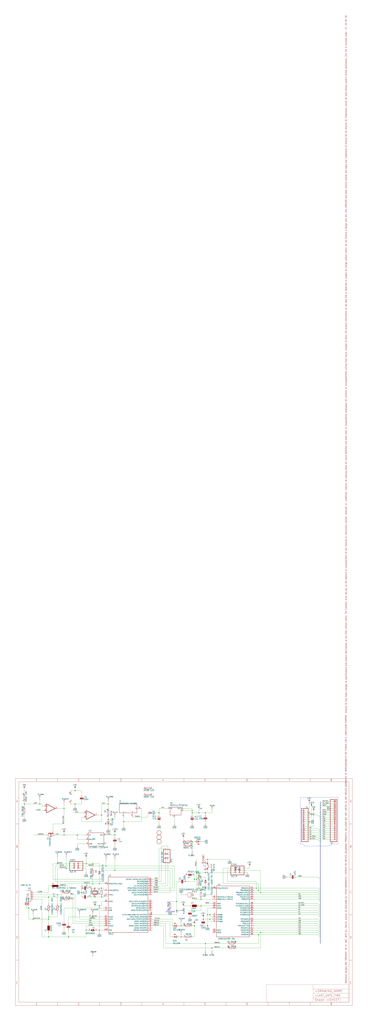
<source format=kicad_sch>
(kicad_sch (version 20211123) (generator eeschema)
  (paper "User" 425.45 1174.45)
  (junction (at 124.46 922.02))
  (junction (at 226.06 1000.76))
  (junction (at 66.04 1026.16))
  (junction (at 231.14 1021.08))
  (junction (at 297.18 1071.88))
  (junction (at 142.24 942.34))
  (junction (at 45.72 922.02))
  (junction (at 299.72 1023.62))
  (junction (at 208.28 1074.42))
  (junction (at 124.46 939.8))
  (junction (at 355.6 942.34))
  (junction (at 223.52 1061.72))
  (junction (at 203.2 1033.78))
  (junction (at 73.66 927.1))
  (junction (at 114.3 1041.4))
  (junction (at 220.98 970.28))
  (junction (at 182.88 932.18))
  (junction (at 86.36 906.78))
  (junction (at 355.6 932.18))
  (junction (at 132.08 957.58))
  (junction (at 106.68 1013.46))
  (junction (at 213.36 1010.92))
  (junction (at 106.68 990.6))
  (junction (at 55.88 1074.42))
  (junction (at 99.06 1066.8))
  (junction (at 233.68 1054.1))
  (junction (at 220.98 929.64))
  (junction (at 99.06 990.6))
  (junction (at 109.22 1018.54))
  (junction (at 66.04 990.6))
  (junction (at 114.3 1013.46))
  (junction (at 55.88 1028.7))
  (junction (at 238.76 1061.72))
  (junction (at 203.2 1043.94))
  (junction (at 241.3 1054.1))
  (junction (at 236.22 1082.04))
  (junction (at 114.3 1038.86))
  (junction (at 114.3 1066.8))
  (junction (at 27.94 922.02))
  (junction (at 238.76 1049.02))
  (junction (at 294.64 1018.54))
  (junction (at 55.88 1054.1))
  (junction (at 86.36 922.02))
  (junction (at 116.84 1018.54))
  (junction (at 243.84 1087.12))
  (junction (at 109.22 1028.7))
  (junction (at 88.9 957.58))
  (junction (at 226.06 1008.38))
  (junction (at 236.22 1000.76))
  (junction (at 236.22 1018.54))
  (junction (at 116.84 934.72))
  (junction (at 228.6 1005.84))
  (junction (at 38.1 1054.1))
  (junction (at 73.66 957.58))
  (junction (at 210.82 965.2))
  (junction (at 220.98 932.18))
  (junction (at 223.52 1008.38))
  (junction (at 208.28 1061.72))
  (junction (at 78.74 1074.42))
  (junction (at 238.76 1000.76))
  (junction (at 231.14 1038.86))
  (junction (at 55.88 1051.56))
  (junction (at 241.3 1049.02))
  (junction (at 238.76 985.52))
  (junction (at 33.02 1041.4))
  (junction (at 236.22 932.18))
  (junction (at 116.84 1028.7))
  (junction (at 220.98 965.2))
  (junction (at 297.18 1021.08))
  (junction (at 121.92 993.14))
  (junction (at 299.72 1069.34))
  (junction (at 231.14 1031.24))
  (junction (at 106.68 1051.56))
  (junction (at 93.98 1023.62))
  (junction (at 228.6 1018.54))
  (junction (at 228.6 932.18))
  (junction (at 132.08 998.22))
  (junction (at 76.2 995.68))
  (bus_entry (at 370.84 960.12) (size -2.54 2.54))
  (bus_entry (at 365.76 952.5) (size 2.54 2.54))
  (bus_entry (at 365.76 1066.8) (size 2.54 2.54))
  (bus_entry (at 365.76 1026.16) (size 2.54 2.54))
  (bus_entry (at 365.76 1046.48) (size 2.54 2.54))
  (bus_entry (at 370.84 934.72) (size -2.54 2.54))
  (bus_entry (at 365.76 1056.64) (size 2.54 2.54))
  (bus_entry (at 365.76 1059.18) (size 2.54 2.54))
  (bus_entry (at 365.76 1028.7) (size 2.54 2.54))
  (bus_entry (at 365.76 1018.54) (size 2.54 2.54))
  (bus_entry (at 365.76 962.66) (size 2.54 2.54))
  (bus_entry (at 370.84 942.34) (size -2.54 2.54))
  (bus_entry (at 370.84 955.04) (size -2.54 2.54))
  (bus_entry (at 365.76 1005.84) (size 2.54 2.54))
  (bus_entry (at 370.84 924.56) (size -2.54 2.54))
  (bus_entry (at 365.76 1036.32) (size 2.54 2.54))
  (bus_entry (at 365.76 960.12) (size 2.54 2.54))
  (bus_entry (at 370.84 944.88) (size -2.54 2.54))
  (bus_entry (at 370.84 937.26) (size -2.54 2.54))
  (bus_entry (at 365.76 955.04) (size 2.54 2.54))
  (bus_entry (at 370.84 962.66) (size -2.54 2.54))
  (bus_entry (at 365.76 1041.4) (size 2.54 2.54))
  (bus_entry (at 365.76 1054.1) (size 2.54 2.54))
  (bus_entry (at 365.76 1043.94) (size 2.54 2.54))
  (bus_entry (at 370.84 932.18) (size -2.54 2.54))
  (bus_entry (at 365.76 1071.88) (size 2.54 2.54))
  (bus_entry (at 370.84 947.42) (size -2.54 2.54))
  (bus_entry (at 365.76 1031.24) (size 2.54 2.54))
  (bus_entry (at 365.76 1021.08) (size 2.54 2.54))
  (bus_entry (at 365.76 1069.34) (size 2.54 2.54))
  (bus_entry (at 370.84 922.02) (size -2.54 2.54))
  (bus_entry (at 370.84 939.8) (size -2.54 2.54))
  (bus_entry (at 365.76 957.58) (size 2.54 2.54))
  (bus_entry (at 370.84 949.96) (size -2.54 2.54))
  (bus_entry (at 370.84 919.48) (size -2.54 2.54))
  (bus_entry (at 365.76 1038.86) (size 2.54 2.54))
  (bus_entry (at 370.84 952.5) (size -2.54 2.54))
  (bus_entry (at 365.76 934.72) (size 2.54 2.54))
  (bus_entry (at 370.84 957.58) (size -2.54 2.54))
  (bus_entry (at 365.76 1061.72) (size 2.54 2.54))
  (bus_entry (at 365.76 949.96) (size 2.54 2.54))
  (bus_entry (at 370.84 929.64) (size -2.54 2.54))
  (bus_entry (at 365.76 1023.62) (size 2.54 2.54))
  (bus_entry (at 365.76 1064.26) (size 2.54 2.54))
  (bus_entry (at 365.76 1049.02) (size 2.54 2.54))
  (wire (pts (xy 116.84 1028.7) (xy 109.22 1028.7)))
  (wire (pts (xy 119.38 1018.54) (xy 119.38 1021.08)))
  (wire (pts (xy 60.96 944.88) (xy 73.66 944.88)))
  (wire (pts (xy 208.28 1061.72) (xy 205.74 1061.72)))
  (bus (pts (xy 368.3 934.72) (xy 368.3 937.26)))
  (wire (pts (xy 99.06 990.6) (xy 99.06 982.98)))
  (bus (pts (xy 368.3 947.42) (xy 368.3 949.96)))
  (wire (pts (xy 27.94 922.02) (xy 45.72 922.02)))
  (wire (pts (xy 142.24 942.34) (xy 142.24 947.42)))
  (wire (pts (xy 200.66 993.14) (xy 121.92 993.14)))
  (wire (pts (xy 73.66 927.1) (xy 66.04 927.1)))
  (wire (pts (xy 124.46 922.02) (xy 116.84 922.02)))
  (wire (pts (xy 27.94 909.32) (xy 27.94 904.24)))
  (wire (pts (xy 88.9 957.58) (xy 99.06 957.58)))
  (wire (pts (xy 66.04 995.68) (xy 76.2 995.68)))
  (wire (pts (xy 243.84 1031.24) (xy 231.14 1031.24)))
  (wire (pts (xy 88.9 962.66) (xy 88.9 957.58)))
  (bus (pts (xy 368.3 1059.18) (xy 368.3 1061.72)))
  (wire (pts (xy 190.5 1059.18) (xy 190.5 1082.04)))
  (wire (pts (xy 116.84 934.72) (xy 116.84 942.34)))
  (wire (pts (xy 350.52 937.26) (xy 358.14 937.26)))
  (wire (pts (xy 220.98 932.18) (xy 228.6 932.18)))
  (wire (pts (xy 350.52 944.88) (xy 355.6 944.88)))
  (bus (pts (xy 368.3 924.56) (xy 368.3 927.1)))
  (wire (pts (xy 66.04 990.6) (xy 83.82 990.6)))
  (polyline (pts (xy 388.62 967.74) (xy 388.62 914.4)))
  (wire (pts (xy 231.14 1043.94) (xy 231.14 1038.86)))
  (wire (pts (xy 220.98 1061.72) (xy 223.52 1061.72)))
  (wire (pts (xy 182.88 934.72) (xy 182.88 932.18)))
  (wire (pts (xy 111.76 1066.8) (xy 114.3 1066.8)))
  (wire (pts (xy 99.06 1074.42) (xy 99.06 1066.8)))
  (polyline (pts (xy 378.46 970.28) (xy 381 967.74)))
  (wire (pts (xy 210.82 927.1) (xy 220.98 927.1)))
  (wire (pts (xy 71.12 1028.7) (xy 71.12 1031.24)))
  (wire (pts (xy 48.26 1031.24) (xy 48.26 1074.42)))
  (wire (pts (xy 38.1 1031.24) (xy 48.26 1031.24)))
  (wire (pts (xy 66.04 1051.56) (xy 55.88 1051.56)))
  (wire (pts (xy 198.12 1018.54) (xy 198.12 995.68)))
  (wire (pts (xy 203.2 1033.78) (xy 203.2 1010.92)))
  (wire (pts (xy 55.88 1059.18) (xy 55.88 1054.1)))
  (wire (pts (xy 116.84 942.34) (xy 93.98 942.34)))
  (wire (pts (xy 175.26 932.18) (xy 182.88 932.18)))
  (wire (pts (xy 236.22 985.52) (xy 238.76 985.52)))
  (wire (pts (xy 365.76 1038.86) (xy 292.1 1038.86)))
  (bus (pts (xy 368.3 957.58) (xy 368.3 960.12)))
  (wire (pts (xy 66.04 1013.46) (xy 66.04 995.68)))
  (wire (pts (xy 73.66 922.02) (xy 73.66 927.1)))
  (wire (pts (xy 228.6 932.18) (xy 236.22 932.18)))
  (wire (pts (xy 124.46 937.26) (xy 124.46 939.8)))
  (wire (pts (xy 91.44 990.6) (xy 99.06 990.6)))
  (wire (pts (xy 38.1 1023.62) (xy 55.88 1023.62)))
  (bus (pts (xy 368.3 1064.26) (xy 368.3 1066.8)))
  (wire (pts (xy 243.84 1038.86) (xy 231.14 1038.86)))
  (wire (pts (xy 81.28 1023.62) (xy 81.28 1026.16)))
  (bus (pts (xy 368.3 949.96) (xy 368.3 952.5)))
  (wire (pts (xy 383.54 952.5) (xy 370.84 952.5)))
  (wire (pts (xy 360.68 947.42) (xy 360.68 929.64)))
  (wire (pts (xy 261.62 1010.92) (xy 294.64 1010.92)))
  (wire (pts (xy 236.22 998.22) (xy 236.22 1000.76)))
  (wire (pts (xy 223.52 965.2) (xy 220.98 965.2)))
  (wire (pts (xy 119.38 1033.78) (xy 116.84 1033.78)))
  (wire (pts (xy 292.1 1018.54) (xy 294.64 1018.54)))
  (wire (pts (xy 383.54 957.58) (xy 370.84 957.58)))
  (wire (pts (xy 243.84 1056.64) (xy 241.3 1056.64)))
  (wire (pts (xy 205.74 1043.94) (xy 203.2 1043.94)))
  (wire (pts (xy 256.54 1013.46) (xy 297.18 1013.46)))
  (wire (pts (xy 256.54 995.68) (xy 256.54 1013.46)))
  (wire (pts (xy 269.24 998.22) (xy 261.62 998.22)))
  (polyline (pts (xy 381 967.74) (xy 388.62 967.74)))
  (bus (pts (xy 368.3 932.18) (xy 368.3 934.72)))
  (wire (pts (xy 119.38 1043.94) (xy 114.3 1043.94)))
  (wire (pts (xy 38.1 1054.1) (xy 33.02 1054.1)))
  (wire (pts (xy 223.52 1008.38) (xy 226.06 1008.38)))
  (wire (pts (xy 114.3 990.6) (xy 114.3 998.22)))
  (bus (pts (xy 368.3 1056.64) (xy 368.3 1059.18)))
  (bus (pts (xy 368.3 1033.78) (xy 368.3 1038.86)))
  (wire (pts (xy 142.24 942.34) (xy 162.56 942.34)))
  (bus (pts (xy 368.3 1043.94) (xy 368.3 1046.48)))
  (bus (pts (xy 368.3 1026.16) (xy 368.3 1028.7)))
  (wire (pts (xy 71.12 1028.7) (xy 55.88 1028.7)))
  (wire (pts (xy 238.76 998.22) (xy 238.76 1000.76)))
  (wire (pts (xy 119.38 1010.92) (xy 63.5 1010.92)))
  (wire (pts (xy 236.22 1005.84) (xy 236.22 1008.38)))
  (wire (pts (xy 350.52 932.18) (xy 355.6 932.18)))
  (bus (pts (xy 368.3 922.02) (xy 368.3 924.56)))
  (wire (pts (xy 269.24 1000.76) (xy 238.76 1000.76)))
  (wire (pts (xy 243.84 1018.54) (xy 236.22 1018.54)))
  (wire (pts (xy 297.18 1021.08) (xy 292.1 1021.08)))
  (wire (pts (xy 175.26 1059.18) (xy 190.5 1059.18)))
  (wire (pts (xy 109.22 1018.54) (xy 101.6 1018.54)))
  (wire (pts (xy 231.14 1038.86) (xy 228.6 1038.86)))
  (wire (pts (xy 226.06 1008.38) (xy 226.06 1018.54)))
  (wire (pts (xy 81.28 1026.16) (xy 86.36 1026.16)))
  (wire (pts (xy 175.26 1023.62) (xy 195.58 1023.62)))
  (wire (pts (xy 96.52 932.18) (xy 83.82 932.18)))
  (wire (pts (xy 236.22 1021.08) (xy 236.22 1026.16)))
  (wire (pts (xy 78.74 1066.8) (xy 78.74 1074.42)))
  (wire (pts (xy 231.14 1021.08) (xy 236.22 1021.08)))
  (wire (pts (xy 81.28 1031.24) (xy 83.82 1031.24)))
  (wire (pts (xy 38.1 1049.02) (xy 38.1 1054.1)))
  (wire (pts (xy 228.6 1018.54) (xy 226.06 1018.54)))
  (wire (pts (xy 220.98 970.28) (xy 220.98 975.36)))
  (wire (pts (xy 205.74 1010.92) (xy 203.2 1010.92)))
  (wire (pts (xy 27.94 937.26) (xy 27.94 934.72)))
  (wire (pts (xy 350.52 949.96) (xy 365.76 949.96)))
  (bus (pts (xy 368.3 962.66) (xy 368.3 965.2)))
  (wire (pts (xy 93.98 922.02) (xy 86.36 922.02)))
  (wire (pts (xy 116.84 995.68) (xy 116.84 1008.38)))
  (wire (pts (xy 66.04 1046.48) (xy 66.04 1051.56)))
  (wire (pts (xy 292.1 1036.32) (xy 365.76 1036.32)))
  (wire (pts (xy 55.88 1069.34) (xy 55.88 1074.42)))
  (wire (pts (xy 350.52 962.66) (xy 365.76 962.66)))
  (wire (pts (xy 236.22 932.18) (xy 243.84 932.18)))
  (wire (pts (xy 30.48 1038.86) (xy 30.48 1041.4)))
  (wire (pts (xy 210.82 1061.72) (xy 208.28 1061.72)))
  (wire (pts (xy 350.52 934.72) (xy 365.76 934.72)))
  (wire (pts (xy 383.54 919.48) (xy 370.84 919.48)))
  (wire (pts (xy 236.22 1089.66) (xy 236.22 1082.04)))
  (wire (pts (xy 116.84 1038.86) (xy 114.3 1038.86)))
  (wire (pts (xy 294.64 1018.54) (xy 365.76 1018.54)))
  (wire (pts (xy 124.46 927.1) (xy 124.46 922.02)))
  (wire (pts (xy 236.22 1018.54) (xy 228.6 1018.54)))
  (wire (pts (xy 38.1 957.58) (xy 53.34 957.58)))
  (polyline (pts (xy 347.98 967.74) (xy 350.52 970.28)))
  (wire (pts (xy 350.52 955.04) (xy 365.76 955.04)))
  (wire (pts (xy 76.2 995.68) (xy 83.82 995.68)))
  (wire (pts (xy 66.04 982.98) (xy 66.04 990.6)))
  (wire (pts (xy 78.74 1074.42) (xy 99.06 1074.42)))
  (wire (pts (xy 383.54 947.42) (xy 370.84 947.42)))
  (wire (pts (xy 55.88 1016) (xy 58.42 1016)))
  (bus (pts (xy 368.3 1021.08) (xy 368.3 1023.62)))
  (wire (pts (xy 119.38 1056.64) (xy 86.36 1056.64)))
  (wire (pts (xy 236.22 1000.76) (xy 226.06 1000.76)))
  (polyline (pts (xy 345.44 914.4) (xy 345.44 967.74)))
  (wire (pts (xy 243.84 932.18) (xy 243.84 929.64)))
  (wire (pts (xy 182.88 932.18) (xy 182.88 927.1)))
  (wire (pts (xy 93.98 942.34) (xy 93.98 937.26)))
  (wire (pts (xy 198.12 995.68) (xy 116.84 995.68)))
  (wire (pts (xy 383.54 949.96) (xy 370.84 949.96)))
  (wire (pts (xy 50.8 924.56) (xy 48.26 924.56)))
  (wire (pts (xy 116.84 1028.7) (xy 119.38 1028.7)))
  (wire (pts (xy 73.66 944.88) (xy 73.66 927.1)))
  (bus (pts (xy 368.3 1074.42) (xy 368.3 1082.04)))
  (wire (pts (xy 226.06 1008.38) (xy 226.06 1000.76)))
  (wire (pts (xy 220.98 970.28) (xy 220.98 965.2)))
  (wire (pts (xy 355.6 942.34) (xy 350.52 942.34)))
  (wire (pts (xy 243.84 1087.12) (xy 187.96 1087.12)))
  (wire (pts (xy 292.1 1031.24) (xy 365.76 1031.24)))
  (wire (pts (xy 198.12 1054.1) (xy 175.26 1054.1)))
  (wire (pts (xy 121.92 957.58) (xy 132.08 957.58)))
  (wire (pts (xy 223.52 1010.92) (xy 223.52 1008.38)))
  (wire (pts (xy 238.76 985.52) (xy 264.16 985.52)))
  (bus (pts (xy 368.3 1061.72) (xy 368.3 1064.26)))
  (bus (pts (xy 368.3 1028.7) (xy 368.3 1031.24)))
  (wire (pts (xy 243.84 1036.32) (xy 236.22 1036.32)))
  (wire (pts (xy 292.1 1056.64) (xy 365.76 1056.64)))
  (wire (pts (xy 119.38 1028.7) (xy 119.38 1026.16)))
  (wire (pts (xy 60.96 1008.38) (xy 60.96 990.6)))
  (wire (pts (xy 109.22 1038.86) (xy 114.3 1038.86)))
  (wire (pts (xy 55.88 1023.62) (xy 55.88 1016)))
  (wire (pts (xy 223.52 1008.38) (xy 223.52 1003.3)))
  (wire (pts (xy 220.98 1023.62) (xy 220.98 1021.08)))
  (bus (pts (xy 368.3 952.5) (xy 368.3 955.04)))
  (wire (pts (xy 299.72 1087.12) (xy 299.72 1069.34)))
  (wire (pts (xy 124.46 919.48) (xy 124.46 922.02)))
  (wire (pts (xy 63.5 1010.92) (xy 63.5 993.14)))
  (wire (pts (xy 175.26 1013.46) (xy 190.5 1013.46)))
  (wire (pts (xy 198.12 1074.42) (xy 195.58 1074.42)))
  (wire (pts (xy 238.76 1061.72) (xy 233.68 1061.72)))
  (wire (pts (xy 297.18 1013.46) (xy 297.18 1021.08)))
  (wire (pts (xy 292.1 1054.1) (xy 365.76 1054.1)))
  (bus (pts (xy 368.3 919.48) (xy 368.3 922.02)))
  (wire (pts (xy 220.98 929.64) (xy 220.98 932.18)))
  (wire (pts (xy 365.76 1049.02) (xy 292.1 1049.02)))
  (wire (pts (xy 86.36 906.78) (xy 93.98 906.78)))
  (wire (pts (xy 383.54 922.02) (xy 370.84 922.02)))
  (wire (pts (xy 292.1 1028.7) (xy 365.76 1028.7)))
  (wire (pts (xy 226.06 1000.76) (xy 226.06 985.52)))
  (wire (pts (xy 114.3 1013.46) (xy 106.68 1013.46)))
  (wire (pts (xy 220.98 934.72) (xy 220.98 932.18)))
  (wire (pts (xy 175.26 1018.54) (xy 198.12 1018.54)))
  (wire (pts (xy 292.1 1026.16) (xy 365.76 1026.16)))
  (wire (pts (xy 210.82 1038.86) (xy 218.44 1038.86)))
  (polyline (pts (xy 350.52 970.28) (xy 378.46 970.28)))
  (wire (pts (xy 220.98 1031.24) (xy 220.98 1028.7)))
  (wire (pts (xy 132.08 970.28) (xy 132.08 967.74)))
  (wire (pts (xy 358.14 937.26) (xy 358.14 924.56)))
  (wire (pts (xy 236.22 1082.04) (xy 261.62 1082.04)))
  (wire (pts (xy 86.36 1026.16) (xy 86.36 1056.64)))
  (wire (pts (xy 124.46 939.8) (xy 132.08 939.8)))
  (wire (pts (xy 142.24 937.26) (xy 142.24 942.34)))
  (wire (pts (xy 210.82 970.28) (xy 210.82 965.2)))
  (wire (pts (xy 119.38 1066.8) (xy 114.3 1066.8)))
  (wire (pts (xy 81.28 906.78) (xy 86.36 906.78)))
  (wire (pts (xy 299.72 1069.34) (xy 365.76 1069.34)))
  (wire (pts (xy 99.06 962.66) (xy 88.9 962.66)))
  (wire (pts (xy 355.6 939.8) (xy 355.6 932.18)))
  (wire (pts (xy 383.54 942.34) (xy 370.84 942.34)))
  (wire (pts (xy 243.84 1051.56) (xy 241.3 1051.56)))
  (wire (pts (xy 91.44 995.68) (xy 99.06 995.68)))
  (wire (pts (xy 299.72 1023.62) (xy 365.76 1023.62)))
  (bus (pts (xy 368.3 965.2) (xy 368.3 1008.38)))
  (wire (pts (xy 213.36 1026.16) (xy 208.28 1026.16)))
  (wire (pts (xy 383.54 934.72) (xy 370.84 934.72)))
  (wire (pts (xy 101.6 1066.8) (xy 99.06 1066.8)))
  (wire (pts (xy 350.52 947.42) (xy 360.68 947.42)))
  (wire (pts (xy 86.36 924.56) (xy 86.36 922.02)))
  (wire (pts (xy 292.1 1069.34) (xy 299.72 1069.34)))
  (wire (pts (xy 193.04 927.1) (xy 182.88 927.1)))
  (wire (pts (xy 276.86 998.22) (xy 299.72 998.22)))
  (wire (pts (xy 292.1 1046.48) (xy 365.76 1046.48)))
  (wire (pts (xy 119.38 1051.56) (xy 106.68 1051.56)))
  (wire (pts (xy 187.96 1087.12) (xy 187.96 1061.72)))
  (wire (pts (xy 238.76 1000.76) (xy 236.22 1000.76)))
  (wire (pts (xy 190.5 1082.04) (xy 236.22 1082.04)))
  (wire (pts (xy 106.68 1013.46) (xy 106.68 1005.84)))
  (wire (pts (xy 261.62 1087.12) (xy 243.84 1087.12)))
  (wire (pts (xy 73.66 957.58) (xy 73.66 955.04)))
  (polyline (pts (xy 345.44 967.74) (xy 347.98 967.74)))
  (wire (pts (xy 213.36 1010.92) (xy 213.36 1003.3)))
  (wire (pts (xy 114.3 1041.4) (xy 73.66 1041.4)))
  (wire (pts (xy 45.72 922.02) (xy 48.26 922.02)))
  (wire (pts (xy 210.82 1074.42) (xy 208.28 1074.42)))
  (wire (pts (xy 93.98 1023.62) (xy 93.98 1018.54)))
  (wire (pts (xy 292.1 1041.4) (xy 365.76 1041.4)))
  (wire (pts (xy 210.82 965.2) (xy 210.82 960.12)))
  (wire (pts (xy 238.76 1061.72) (xy 238.76 1049.02)))
  (wire (pts (xy 190.5 977.9) (xy 190.5 972.82)))
  (wire (pts (xy 350.52 957.58) (xy 365.76 957.58)))
  (wire (pts (xy 175.26 1010.92) (xy 185.42 1010.92)))
  (wire (pts (xy 121.92 993.14) (xy 121.92 985.52)))
  (wire (pts (xy 182.88 972.82) (xy 182.88 1008.38)))
  (wire (pts (xy 45.72 916.94) (xy 45.72 922.02)))
  (wire (pts (xy 50.8 929.64) (xy 40.64 929.64)))
  (wire (pts (xy 195.58 1074.42) (xy 195.58 1056.64)))
  (wire (pts (xy 114.3 1038.86) (xy 114.3 1041.4)))
  (wire (pts (xy 383.54 960.12) (xy 370.84 960.12)))
  (wire (pts (xy 223.52 1061.72) (xy 223.52 1074.42)))
  (bus (pts (xy 368.3 1031.24) (xy 368.3 1033.78)))
  (wire (pts (xy 55.88 1028.7) (xy 38.1 1028.7)))
  (wire (pts (xy 220.98 1074.42) (xy 223.52 1074.42)))
  (wire (pts (xy 60.96 990.6) (xy 66.04 990.6)))
  (wire (pts (xy 228.6 1016) (xy 228.6 1018.54)))
  (wire (pts (xy 93.98 1028.7) (xy 93.98 1023.62)))
  (wire (pts (xy 106.68 1013.46) (xy 66.04 1013.46)))
  (wire (pts (xy 340.36 1005.84) (xy 365.76 1005.84)))
  (wire (pts (xy 55.88 1051.56) (xy 55.88 1054.1)))
  (wire (pts (xy 185.42 970.28) (xy 193.04 970.28)))
  (wire (pts (xy 292.1 1064.26) (xy 365.76 1064.26)))
  (wire (pts (xy 175.26 1016) (xy 193.04 1016)))
  (wire (pts (xy 383.54 944.88) (xy 370.84 944.88)))
  (wire (pts (xy 383.54 932.18) (xy 370.84 932.18)))
  (wire (pts (xy 109.22 1018.54) (xy 116.84 1018.54)))
  (wire (pts (xy 73.66 957.58) (xy 88.9 957.58)))
  (wire (pts (xy 81.28 922.02) (xy 86.36 922.02)))
  (wire (pts (xy 223.52 1061.72) (xy 223.52 1059.18)))
  (wire (pts (xy 355.6 932.18) (xy 355.6 919.48)))
  (wire (pts (xy 243.84 1089.66) (xy 243.84 1087.12)))
  (bus (pts (xy 368.3 1041.4) (xy 368.3 1043.94)))
  (wire (pts (xy 350.52 952.5) (xy 365.76 952.5)))
  (wire (pts (xy 269.24 995.68) (xy 256.54 995.68)))
  (wire (pts (xy 236.22 942.34) (xy 236.22 944.88)))
  (wire (pts (xy 91.44 1054.1) (xy 91.44 1049.02)))
  (wire (pts (xy 175.26 1049.02) (xy 203.2 1049.02)))
  (wire (pts (xy 48.26 1074.42) (xy 55.88 1074.42)))
  (bus (pts (xy 368.3 1069.34) (xy 368.3 1071.88)))
  (wire (pts (xy 182.88 944.88) (xy 182.88 942.34)))
  (wire (pts (xy 193.04 970.28) (xy 193.04 977.9)))
  (wire (pts (xy 297.18 1082.04) (xy 297.18 1071.88)))
  (wire (pts (xy 284.48 1000.76) (xy 276.86 1000.76)))
  (wire (pts (xy 190.5 972.82) (xy 182.88 972.82)))
  (wire (pts (xy 193.04 1016) (xy 193.04 985.52)))
  (wire (pts (xy 170.18 937.26) (xy 170.18 932.18)))
  (bus (pts (xy 368.3 937.26) (xy 368.3 939.8)))
  (wire (pts (xy 116.84 922.02) (xy 116.84 934.72)))
  (wire (pts (xy 238.76 1041.4) (xy 238.76 1049.02)))
  (wire (pts (xy 66.04 1026.16) (xy 71.12 1026.16)))
  (wire (pts (xy 220.98 927.1) (xy 220.98 929.64)))
  (bus (pts (xy 368.3 1008.38) (xy 368.3 1021.08)))
  (wire (pts (xy 73.66 1066.8) (xy 73.66 1064.26)))
  (wire (pts (xy 63.5 957.58) (xy 73.66 957.58)))
  (wire (pts (xy 383.54 955.04) (xy 370.84 955.04)))
  (wire (pts (xy 114.3 1069.34) (xy 114.3 1066.8)))
  (wire (pts (xy 195.58 1056.64) (xy 175.26 1056.64)))
  (wire (pts (xy 175.26 1021.08) (xy 200.66 1021.08)))
  (wire (pts (xy 383.54 924.56) (xy 370.84 924.56)))
  (wire (pts (xy 116.84 1018.54) (xy 119.38 1018.54)))
  (wire (pts (xy 213.36 1010.92) (xy 223.52 1010.92)))
  (wire (pts (xy 63.5 993.14) (xy 83.82 993.14)))
  (wire (pts (xy 220.98 1021.08) (xy 231.14 1021.08)))
  (wire (pts (xy 233.68 965.2) (xy 231.14 965.2)))
  (wire (pts (xy 195.58 1023.62) (xy 195.58 998.22)))
  (wire (pts (xy 243.84 1054.1) (xy 241.3 1054.1)))
  (wire (pts (xy 195.58 1033.78) (xy 203.2 1033.78)))
  (wire (pts (xy 132.08 998.22) (xy 119.38 998.22)))
  (wire (pts (xy 106.68 990.6) (xy 114.3 990.6)))
  (wire (pts (xy 203.2 1043.94) (xy 203.2 1033.78)))
  (bus (pts (xy 368.3 1066.8) (xy 368.3 1069.34)))
  (wire (pts (xy 383.54 937.26) (xy 370.84 937.26)))
  (wire (pts (xy 208.28 1071.88) (xy 208.28 1074.42)))
  (wire (pts (xy 243.84 1041.4) (xy 238.76 1041.4)))
  (wire (pts (xy 355.6 944.88) (xy 355.6 942.34)))
  (wire (pts (xy 261.62 998.22) (xy 261.62 1010.92)))
  (wire (pts (xy 350.52 960.12) (xy 365.76 960.12)))
  (wire (pts (xy 99.06 1066.8) (xy 99.06 1061.72)))
  (wire (pts (xy 241.3 1049.02) (xy 243.84 1049.02)))
  (wire (pts (xy 60.96 952.5) (xy 60.96 944.88)))
  (wire (pts (xy 106.68 1051.56) (xy 106.68 1049.02)))
  (wire (pts (xy 236.22 932.18) (xy 236.22 934.72)))
  (wire (pts (xy 292.1 1061.72) (xy 365.76 1061.72)))
  (wire (pts (xy 114.3 1003.3) (xy 114.3 1013.46)))
  (wire (pts (xy 208.28 1059.18) (xy 208.28 1061.72)))
  (wire (pts (xy 195.58 998.22) (xy 132.08 998.22)))
  (bus (pts (xy 368.3 944.88) (xy 368.3 947.42)))
  (wire (pts (xy 241.3 1051.56) (xy 241.3 1049.02)))
  (wire (pts (xy 33.02 1041.4) (xy 33.02 1038.86)))
  (wire (pts (xy 27.94 919.48) (xy 27.94 922.02)))
  (wire (pts (xy 71.12 1023.62) (xy 71.12 1026.16)))
  (bus (pts (xy 368.3 1038.86) (xy 368.3 1041.4)))
  (wire (pts (xy 93.98 906.78) (xy 93.98 911.86)))
  (wire (pts (xy 383.54 939.8) (xy 370.84 939.8)))
  (wire (pts (xy 78.74 1016) (xy 68.58 1016)))
  (bus (pts (xy 368.3 1071.88) (xy 368.3 1074.42)))
  (wire (pts (xy 236.22 1013.46) (xy 236.22 1018.54)))
  (wire (pts (xy 116.84 1033.78) (xy 116.84 1038.86)))
  (bus (pts (xy 368.3 939.8) (xy 368.3 942.34)))
  (wire (pts (xy 33.02 1054.1) (xy 33.02 1041.4)))
  (wire (pts (xy 299.72 1023.62) (xy 292.1 1023.62)))
  (wire (pts (xy 190.5 1013.46) (xy 190.5 985.52)))
  (wire (pts (xy 241.3 1054.1) (xy 233.68 1054.1)))
  (wire (pts (xy 330.2 1005.84) (xy 332.74 1005.84)))
  (bus (pts (xy 368.3 1051.56) (xy 368.3 1056.64)))
  (wire (pts (xy 185.42 1010.92) (xy 185.42 970.28)))
  (wire (pts (xy 116.84 1008.38) (xy 60.96 1008.38)))
  (wire (pts (xy 162.56 942.34) (xy 162.56 927.1)))
  (bus (pts (xy 368.3 942.34) (xy 368.3 944.88)))
  (wire (pts (xy 119.38 1013.46) (xy 114.3 1013.46)))
  (wire (pts (xy 83.82 1031.24) (xy 83.82 1059.18)))
  (wire (pts (xy 271.78 1087.12) (xy 299.72 1087.12)))
  (wire (pts (xy 73.66 1041.4) (xy 73.66 1056.64)))
  (wire (pts (xy 210.82 929.64) (xy 220.98 929.64)))
  (wire (pts (xy 114.3 1043.94) (xy 114.3 1066.8)))
  (wire (pts (xy 241.3 1056.64) (xy 241.3 1054.1)))
  (wire (pts (xy 228.6 927.1) (xy 228.6 932.18)))
  (bus (pts (xy 368.3 960.12) (xy 368.3 962.66)))
  (wire (pts (xy 287.02 993.14) (xy 287.02 995.68)))
  (wire (pts (xy 106.68 990.6) (xy 106.68 995.68)))
  (wire (pts (xy 233.68 1051.56) (xy 233.68 1054.1)))
  (wire (pts (xy 292.1 1059.18) (xy 365.76 1059.18)))
  (wire (pts (xy 297.18 1082.04) (xy 271.78 1082.04)))
  (wire (pts (xy 38.1 1026.16) (xy 66.04 1026.16)))
  (wire (pts (xy 99.06 995.68) (xy 99.06 1000.76)))
  (bus (pts (xy 368.3 1023.62) (xy 368.3 1026.16)))
  (bus (pts (xy 368.3 927.1) (xy 368.3 932.18)))
  (wire (pts (xy 220.98 942.34) (xy 220.98 944.88)))
  (wire (pts (xy 350.52 939.8) (xy 355.6 939.8)))
  (wire (pts (xy 236.22 985.52) (xy 236.22 988.06)))
  (wire (pts (xy 198.12 1061.72) (xy 198.12 1054.1)))
  (wire (pts (xy 365.76 1043.94) (xy 292.1 1043.94)))
  (bus (pts (xy 368.3 1046.48) (xy 368.3 1049.02)))
  (wire (pts (xy 287.02 995.68) (xy 276.86 995.68)))
  (wire (pts (xy 152.4 937.26) (xy 170.18 937.26)))
  (wire (pts (xy 119.38 1041.4) (xy 114.3 1041.4)))
  (wire (pts (xy 297.18 1071.88) (xy 292.1 1071.88)))
  (wire (pts (xy 109.22 1028.7) (xy 101.6 1028.7)))
  (wire (pts (xy 200.66 1021.08) (xy 200.66 993.14)))
  (wire (pts (xy 228.6 1005.84) (xy 236.22 1005.84)))
  (wire (pts (xy 88.9 967.74) (xy 88.9 970.28)))
  (wire (pts (xy 208.28 1074.42) (xy 205.74 1074.42)))
  (wire (pts (xy 218.44 1043.94) (xy 231.14 1043.94)))
  (wire (pts (xy 132.08 998.22) (xy 132.08 985.52)))
  (wire (pts (xy 27.94 922.02) (xy 27.94 924.56)))
  (wire (pts (xy 83.82 1059.18) (xy 119.38 1059.18)))
  (wire (pts (xy 121.92 993.14) (xy 91.44 993.14)))
  (wire (pts (xy 187.96 1061.72) (xy 175.26 1061.72)))
  (wire (pts (xy 30.48 1041.4) (xy 33.02 1041.4)))
  (wire (pts (xy 297.18 1071.88) (xy 365.76 1071.88)))
  (wire (pts (xy 243.84 1026.16) (xy 243.84 1028.7)))
  (wire (pts (xy 99.06 967.74) (xy 88.9 967.74)))
  (wire (pts (xy 48.26 924.56) (xy 48.26 922.02)))
  (wire (pts (xy 292.1 1066.8) (xy 365.76 1066.8)))
  (wire (pts (xy 111.76 934.72) (xy 116.84 934.72)))
  (wire (pts (xy 91.44 1054.1) (xy 119.38 1054.1)))
  (wire (pts (xy 78.74 1059.18) (xy 78.74 1051.56)))
  (wire (pts (xy 55.88 1074.42) (xy 78.74 1074.42)))
  (polyline (pts (xy 388.62 914.4) (xy 345.44 914.4)))
  (wire (pts (xy 200.66 944.88) (xy 200.66 937.26)))
  (wire (pts (xy 238.76 985.52) (xy 238.76 988.06)))
  (wire (pts (xy 55.88 1051.56) (xy 55.88 1046.48)))
  (wire (pts (xy 299.72 998.22) (xy 299.72 1023.62)))
  (wire (pts (xy 66.04 1026.16) (xy 66.04 1036.32)))
  (wire (pts (xy 99.06 1061.72) (xy 119.38 1061.72)))
  (wire (pts (xy 294.64 1010.92) (xy 294.64 1018.54)))
  (wire (pts (xy 383.54 962.66) (xy 370.84 962.66)))
  (wire (pts (xy 175.26 1008.38) (xy 182.88 1008.38)))
  (wire (pts (xy 99.06 990.6) (xy 106.68 990.6)))
  (wire (pts (xy 238.76 1049.02) (xy 241.3 1049.02)))
  (wire (pts (xy 132.08 955.04) (xy 132.08 957.58)))
  (wire (pts (xy 231.14 1031.24) (xy 220.98 1031.24)))
  (wire (pts (xy 297.18 1021.08) (xy 365.76 1021.08)))
  (wire (pts (xy 86.36 904.24) (xy 86.36 906.78)))
  (wire (pts (xy 55.88 1028.7) (xy 55.88 1036.32)))
  (wire (pts (xy 236.22 1026.16) (xy 243.84 1026.16)))
  (bus (pts (xy 368.3 1049.02) (xy 368.3 1051.56)))
  (wire (pts (xy 132.08 939.8) (xy 132.08 937.26)))
  (wire (pts (xy 119.38 998.22) (xy 119.38 1010.92)))
  (wire (pts (xy 381 927.1) (xy 383.54 927.1)))
  (wire (pts (xy 203.2 1049.02) (xy 203.2 1043.94)))
  (bus (pts (xy 368.3 955.04) (xy 368.3 957.58)))
  (wire (pts (xy 93.98 919.48) (xy 93.98 922.02)))
  (wire (pts (xy 383.54 929.64) (xy 370.84 929.64)))
  (wire (pts (xy 124.46 949.96) (xy 124.46 947.42)))
  (wire (pts (xy 132.08 957.58) (xy 132.08 960.12)))
  (wire (pts (xy 93.98 937.26) (xy 96.52 937.26)))
  (wire (pts (xy 55.88 1054.1) (xy 38.1 1054.1)))
  (wire (pts (xy 106.68 1051.56) (xy 78.74 1051.56)))
  (wire (pts (xy 76.2 982.98) (xy 76.2 995.68)))
  (text "USB boot En" (at 190.5 1046.48 180) (effects (font (size 1.778 1.5113)) (justify left bottom)))
  (label "USBVCC" (at 68.58 1016 0) (effects (font (size 1.2446 1.2446))))
  (label "XTAL1" (at 220.98 1031.24 0) (effects (font (size 1.2446 1.2446))))
  (label "UGND" (at 48.26 1043.94 90) (effects (font (size 1.2446 1.2446))))
  (label "MOSI" (at 370.84 934.72 0) (effects (font (size 1.2446 1.2446))))
  (label "IO6" (at 342.9 1056.64 0) (effects (font (size 1.2446 1.2446))))
  (label "GATE_CMD" (at 73.66 944.88 90) (effects (font (size 1.2446 1.2446))))
  (label "PWRIN" (at 154.94 937.26 0) (effects (font (size 1.2446 1.2446))))
  (label "M8TXD" (at 176.53 1061.72 0) (effects (font (size 1.2446 1.2446))))
  (label "RD+" (at 102.235 1059.18 0) (effects (font (size 1.2446 1.2446))))
  (label "IO0" (at 370.84 962.66 0) (effects (font (size 1.2446 1.2446))))
  (label "RD+" (at 81.28 1031.24 0) (effects (font (size 1.2446 1.2446))))
  (label "VIN" (at 185.42 927.1 0) (effects (font (size 1.2446 1.2446))))
  (label "IO7" (at 342.9 1054.1 0) (effects (font (size 1.2446 1.2446))))
  (label "M8RXD" (at 246.38 1082.04 0) (effects (font (size 1.2446 1.2446))))
  (label "A3" (at 355.6 957.58 0) (effects (font (size 1.2446 1.2446))))
  (label "D+" (at 60.96 1028.7 0) (effects (font (size 1.2446 1.2446))))
  (label "MOSI2" (at 101.6 993.14 0) (effects (font (size 1.2446 1.2446))))
  (label "PB5" (at 177.8 1013.46 0) (effects (font (size 1.2446 1.2446))))
  (label "IO1" (at 370.84 960.12 0) (effects (font (size 1.2446 1.2446))))
  (label "RXLED" (at 177.165 1056.64 0) (effects (font (size 1.2446 1.2446))))
  (label "TP_VUCAP" (at 102.235 1051.56 0) (effects (font (size 1.2446 1.2446))))
  (label "RD-" (at 102.235 1056.64 0) (effects (font (size 1.2446 1.2446))))
  (label "IO1" (at 342.9 1069.34 0) (effects (font (size 1.2446 1.2446))))
  (label "USHIELD" (at 38.1 1054.1 0) (effects (font (size 1.2446 1.2446))))
  (label "MISO" (at 370.84 932.18 0) (effects (font (size 1.2446 1.2446))))
  (label "SS" (at 370.84 937.26 0) (effects (font (size 1.2446 1.2446))))
  (label "IO3" (at 370.84 955.04 0) (effects (font (size 1.2446 1.2446))))
  (label "XUSB" (at 43.18 1023.62 0) (effects (font (size 1.2446 1.2446))))
  (label "AREF" (at 342.9 1005.84 0) (effects (font (size 1.2446 1.2446))))
  (label "+5V" (at 228.6 928.37 0) (effects (font (size 1.2446 1.2446))))
  (label "CMP" (at 38.735 922.02 0) (effects (font (size 1.2446 1.2446))))
  (label "A4/SDA" (at 355.6 960.12 0) (effects (font (size 1.2446 1.2446))))
  (label "SS" (at 342.9 1026.16 0) (effects (font (size 1.2446 1.2446))))
  (label "IO3" (at 342.9 1064.26 0) (effects (font (size 1.2446 1.2446))))
  (label "IO0" (at 342.9 1071.88 0) (effects (font (size 1.2446 1.2446))))
  (label "+3V3" (at 41.275 929.64 0) (effects (font (size 1.2446 1.2446))))
  (label "A4/SDA" (at 370.84 922.02 0) (effects (font (size 1.2446 1.2446))))
  (label "IO2" (at 342.9 1066.8 0) (effects (font (size 1.2446 1.2446))))
  (label "PB4" (at 177.8 1016 0) (effects (font (size 1.2446 1.2446))))
  (label "L13" (at 116.84 922.02 0) (effects (font (size 1.2446 1.2446))))
  (label "IO2" (at 370.84 957.58 0) (effects (font (size 1.2446 1.2446))))
  (label "A1" (at 355.6 952.5 0) (effects (font (size 1.2446 1.2446))))
  (label "DTR" (at 175.26 1049.02 90) (effects (font (size 1.2446 1.2446))))
  (label "XT1" (at 101.6 1028.7 0) (effects (font (size 1.2446 1.2446))))
  (label "RESET2" (at 68.58 995.68 0) (effects (font (size 1.2446 1.2446))))
  (label "UGND" (at 101.6 1061.72 0) (effects (font (size 1.2446 1.2446))))
  (label "M8TXD" (at 246.38 1087.12 0) (effects (font (size 1.2446 1.2446))))
  (label "RESET" (at 226.06 993.14 90) (effects (font (size 1.1735 1.1735))))
  (label "PB7" (at 177.8 1008.38 0) (effects (font (size 1.2446 1.2446))))
  (label "XTAL2" (at 220.98 1023.62 0) (effects (font (size 1.2446 1.2446))))
  (label "IO4" (at 342.9 1061.72 0) (effects (font (size 1.2446 1.2446))))
  (label "USBVCC" (at 43.18 957.58 0) (effects (font (size 1.2446 1.2446))))
  (label "SCK2" (at 176.53 1023.62 0) (effects (font (size 1.2446 1.2446))))
  (label "A0" (at 355.6 949.96 0) (effects (font (size 1.2446 1.2446))))
  (label "MOSI" (at 276.86 998.22 180) (effects (font (size 1.016 1.016))))
  (label "A0" (at 342.9 1049.02 0) (effects (font (size 1.2446 1.2446))))
  (label "IO4" (at 370.84 952.5 0) (effects (font (size 1.2446 1.2446))))
  (label "XT2" (at 101.6 1018.54 0) (effects (font (size 1.2446 1.2446))))
  (label "SCK2" (at 68.58 993.14 0) (effects (font (size 1.2446 1.2446))))
  (label "IO7" (at 370.84 944.88 0) (effects (font (size 1.2446 1.2446))))
  (label "MISO" (at 269.24 995.68 0) (effects (font (size 1.016 1.016))))
  (label "IO5" (at 342.9 1059.18 0) (effects (font (size 1.2446 1.2446))))
  (label "MISO2" (at 66.04 990.6 0) (effects (font (size 1.2446 1.2446))))
  (label "SCK" (at 370.84 929.64 0) (effects (font (size 1.2446 1.2446))))
  (label "IO6" (at 370.84 947.42 0) (effects (font (size 1.2446 1.2446))))
  (label "MOSI2" (at 176.53 1021.08 0) (effects (font (size 1.2446 1.2446))))
  (label "RESET2" (at 96.52 1013.46 0) (effects (font (size 1.2446 1.2446))))
  (label "A5/SCL" (at 370.84 919.48 0) (effects (font (size 1.2446 1.2446))))
  (label "SCK" (at 269.24 998.22 0) (effects (font (size 1.016 1.016))))
  (label "A3" (at 342.9 1041.4 0) (effects (font (size 1.2446 1.2446))))
  (label "SCK" (at 86.36 932.18 0) (effects (font (size 1.2446 1.2446))))
  (label "A5/SCL" (at 342.9 1036.32 0) (effects (font (size 1.2446 1.2446))))
  (label "D-" (at 60.96 1026.16 0) (effects (font (size 1.2446 1.2446))))
  (label "+5V" (at 63.5 957.58 0) (effects (font (size 1.2446 1.2446))))
  (label "A1" (at 342.9 1046.48 0) (effects (font (size 1.2446 1.2446))))
  (label "PB6" (at 177.8 1010.92 0) (effects (font (size 1.2446 1.2446))))
  (label "TXLED" (at 177.8 1054.1 0) (effects (font (size 1.2446 1.2446))))
  (label "MISO2" (at 176.53 1018.54 0) (effects (font (size 1.2446 1.2446))))
  (label "IO8" (at 342.9 1031.24 0) (effects (font (size 1.2446 1.2446))))
  (label "A4/SDA" (at 342.9 1038.86 0) (effects (font (size 1.2446 1.2446))))
  (label "AREF" (at 370.84 924.56 0) (effects (font (size 1.2446 1.2446))))
  (label "A2" (at 355.6 955.04 0) (effects (font (size 1.2446 1.2446))))
  (label "AREF" (at 236.22 1036.32 0) (effects (font (size 1.2446 1.2446))))
  (label "USBVCC" (at 102.235 1054.1 0) (effects (font (size 1.2446 1.2446))))
  (label "RESET" (at 356.235 934.72 0) (effects (font (size 1.2446 1.2446))))
  (label "IO5" (at 370.84 949.96 0) (effects (font (size 1.2446 1.2446))))
  (label "RD-" (at 81.28 1026.16 0) (effects (font (size 1.2446 1.2446))))
  (label "A2" (at 342.9 1043.94 0) (effects (font (size 1.2446 1.2446))))
  (label "A5/SCL" (at 355.6 962.66 0) (effects (font (size 1.2446 1.2446))))
  (label "XT1" (at 119.38 1028.7 0) (effects (font (size 1.2446 1.2446))))
  (label "IO9" (at 342.9 1028.7 0) (effects (font (size 1.2446 1.2446))))
  (label "IO8" (at 370.84 942.34 0) (effects (font (size 1.2446 1.2446))))
  (label "M8RXD" (at 176.53 1059.18 0) (effects (font (size 1.2446 1.2446))))
  (label "IO9" (at 370.84 939.8 0) (effects (font (size 1.2446 1.2446))))
  (label "+3V3" (at 121.92 957.58 0) (effects (font (size 1.2446 1.2446))))
  (label "RESET" (at 232.41 1018.54 0) (effects (font (size 1.2446 1.2446))))
  (global_label "5-GND" (shape bidirectional) (at 233.68 988.06 90) (effects (font (size 1.016 1.016))) (property "Intersheet References" "${INTERSHEET_REFS}" (effects hide)))
  (symbol (lib_id "schematicEagle-eagle-import:RESONATORMU") (at 220.98 1026.16 0) (unit 1)
    (property "Reference" "Y2" (effects hide))
    (property "Value" "CSTCE16M0V53-R0 16MHZ" (at 205.74 1021.08 0) (effects (font (size 1.778 1.5113)) (justify left bottom)))
    (property "Footprint" "schematicEagle:RESONATOR" (effects hide))
  )
  (symbol (lib_id "schematicEagle-eagle-import:PINHD-2X3") (at 271.78 998.22 0) (unit 1)
    (property "Reference" "ICSP0" (at 265.43 992.505 0) (effects (font (size 1.778 1.5113)) (justify left bottom)))
    (property "Value" "3x2 M" (at 265.43 1005.84 0) (effects (font (size 1.778 1.5113)) (justify left bottom)))
    (property "Footprint" "schematicEagle:2X03" (effects hide))
  )
  (symbol (lib_id "schematicEagle-eagle-import:0715_CV201210-100K") (at 223.52 1041.4 0) (unit 1)
    (property "Reference" "L2" (at 219.71 1036.32 0) (effects (font (size 1.778 1.5113)) (justify left bottom)))
    (property "Value" "10uH" (at 219.71 1042.67 0) (effects (font (size 1.778 1.5113)) (justify left bottom)))
    (property "Footprint" "schematicEagle:0805" (effects hide))
  )
  (symbol (lib_id "schematicEagle-eagle-import:C-EU0603-RND") (at 233.68 1059.18 180) (unit 1)
    (property "Reference" "C6" (at 229.997 1062.355 0) (effects (font (size 1.778 1.5113)) (justify right top)))
    (property "Value" "100n" (at 230.886 1064.895 0) (effects (font (size 1.778 1.5113)) (justify right top)))
    (property "Footprint" "schematicEagle:C0603-ROUND" (effects hide))
  )
  (symbol (lib_id "schematicEagle-eagle-import:PINHD-2X3") (at 86.36 993.14 0) (unit 1)
    (property "Reference" "ICSP1" (at 80.01 987.425 0) (effects (font (size 1.778 1.5113)) (justify left bottom)))
    (property "Value" "3x2 M" (at 80.01 1000.76 0) (effects (font (size 1.778 1.5113)) (justify left bottom)))
    (property "Footprint" "schematicEagle:2X03" (effects hide))
  )
  (symbol (lib_id "schematicEagle-eagle-import:C-EU0603-RND") (at 78.74 1061.72 0) (mirror y) (unit 1)
    (property "Reference" "C8" (at 85.725 1067.435 0) (effects (font (size 1.778 1.5113)) (justify left bottom)))
    (property "Value" "1u" (at 85.725 1069.975 0) (effects (font (size 1.778 1.5113)) (justify left bottom)))
    (property "Footprint" "schematicEagle:C0603-ROUND" (effects hide))
  )
  (symbol (lib_id "schematicEagle-eagle-import:ATMEGAXX8-MUR") (at 266.7 1043.94 0) (unit 1)
    (property "Reference" "U4" (at 250.19 1015.365 0) (effects (font (size 1.778 1.5113)) (justify left bottom)))
    (property "Value" "ATMEGA328P-MU" (at 250.825 1077.595 0) (effects (font (size 1.778 1.5113)) (justify left bottom)))
    (property "Footprint" "schematicEagle:MLF32" (effects hide))
  )
  (symbol (lib_id "schematicEagle-eagle-import:GND") (at 91.44 1023.62 270) (unit 1)
    (property "Reference" "#GND8" (effects hide))
    (property "Value" "GND" (at 88.9 1021.08 0) (effects (font (size 1.778 1.5113)) (justify left bottom)))
    (property "Footprint" "schematicEagle:" (effects hide))
  )
  (symbol (lib_id "schematicEagle-eagle-import:+5V") (at 109.22 1036.32 0) (unit 1)
    (property "Reference" "#P+6" (effects hide))
    (property "Value" "+5V" (at 111.125 1033.78 0) (effects (font (size 1.778 1.5113)) (justify right top)))
    (property "Footprint" "schematicEagle:" (effects hide))
  )
  (symbol (lib_id "schematicEagle-eagle-import:DIODE-MINIMELF") (at 236.22 1010.92 90) (unit 1)
    (property "Reference" "D2" (at 231.6226 1008.38 0) (effects (font (size 1.778 1.5113)) (justify right top)))
    (property "Value" "CD1206-S01575" (at 241.0714 1021.08 0) (effects (font (size 1.778 1.5113)) (justify left bottom)))
    (property "Footprint" "schematicEagle:MINIMELF" (effects hide))
  )
  (symbol (lib_id "schematicEagle-eagle-import:TP_SP") (at 220.98 975.36 270) (unit 1)
    (property "Reference" "TP_ONL0" (at 223.52 980.44 90) (effects (font (size 1.27 1.0795)) (justify right top)))
    (property "Value" "TP_SP" (effects hide))
    (property "Footprint" "schematicEagle:TP-SP" (effects hide))
  )
  (symbol (lib_id "schematicEagle-eagle-import:GND") (at 195.58 1046.48 0) (unit 1)
    (property "Reference" "#GND15" (effects hide))
    (property "Value" "GND" (at 193.04 1049.02 0) (effects (font (size 1.778 1.5113)) (justify left bottom)))
    (property "Footprint" "schematicEagle:" (effects hide))
  )
  (symbol (lib_id "schematicEagle-eagle-import:C-EU0603-RND") (at 73.66 1059.18 0) (mirror y) (unit 1)
    (property "Reference" "C7" (at 70.485 1062.355 0) (effects (font (size 1.778 1.5113)) (justify left bottom)))
    (property "Value" "100n" (at 70.485 1059.815 0) (effects (font (size 1.778 1.5113)) (justify left bottom)))
    (property "Footprint" "schematicEagle:C0603-ROUND" (effects hide))
  )
  (symbol (lib_id "schematicEagle-eagle-import:GND") (at 236.22 965.2 90) (unit 1)
    (property "Reference" "#GND14" (effects hide))
    (property "Value" "GND" (at 238.76 967.74 0) (effects (font (size 1.778 1.5113)) (justify left bottom)))
    (property "Footprint" "schematicEagle:" (effects hide))
  )
  (symbol (lib_id "schematicEagle-eagle-import:+5V") (at 73.66 952.5 0) (unit 1)
    (property "Reference" "#P+10" (effects hide))
    (property "Value" "+5V" (at 75.565 949.96 0) (effects (font (size 1.778 1.5113)) (justify right top)))
    (property "Footprint" "schematicEagle:" (effects hide))
  )
  (symbol (lib_id "schematicEagle-eagle-import:TP_SP") (at 243.84 1089.66 270) (unit 1)
    (property "Reference" "TP_TX0" (at 246.38 1094.74 90) (effects (font (size 1.27 1.0795)) (justify right top)))
    (property "Value" "TP_SP" (effects hide))
    (property "Footprint" "schematicEagle:TP-SP" (effects hide))
  )
  (symbol (lib_id "schematicEagle-eagle-import:A3-FRAME-STANDARD") (at 17.78 1153.16 0) (unit 1)
    (property "Reference" "FRAME1" (effects hide))
    (property "Value" "DNP" (effects hide))
    (property "Footprint" "schematicEagle:FRAME" (effects hide))
  )
  (symbol (lib_id "schematicEagle-eagle-import:+3V3") (at 132.08 952.5 0) (unit 1)
    (property "Reference" "#+3V1" (effects hide))
    (property "Value" "+3V3" (at 132.08 951.992 0) (effects (font (size 1.778 1.5113)) (justify bottom)))
    (property "Footprint" "schematicEagle:" (effects hide))
  )
  (symbol (lib_id "schematicEagle-eagle-import:TP_SP") (at 106.68 1097.28 90) (unit 1)
    (property "Reference" "ORIGIN0" (at 104.14 1092.2 90) (effects (font (size 1.27 1.0795)) (justify right top)))
    (property "Value" "TP_SP" (effects hide))
    (property "Footprint" "schematicEagle:TP-SP" (effects hide))
  )
  (symbol (lib_id "schematicEagle-eagle-import:+5V") (at 228.6 924.56 0) (unit 1)
    (property "Reference" "#P+8" (effects hide))
    (property "Value" "+5V" (at 230.505 922.02 0) (effects (font (size 1.778 1.5113)) (justify right top)))
    (property "Footprint" "schematicEagle:" (effects hide))
  )
  (symbol (lib_id "schematicEagle-eagle-import:TP_SP") (at 45.72 916.94 90) (unit 1)
    (property "Reference" "TP_CMP0" (at 43.18 911.86 90) (effects (font (size 1.27 1.0795)) (justify right top)))
    (property "Value" "TP_SP" (effects hide))
    (property "Footprint" "schematicEagle:TP-SP" (effects hide))
  )
  (symbol (lib_id "schematicEagle-eagle-import:+5V") (at 99.06 980.44 0) (unit 1)
    (property "Reference" "#P+11" (effects hide))
    (property "Value" "+5V" (at 100.965 977.9 0) (effects (font (size 1.778 1.5113)) (justify right top)))
    (property "Footprint" "schematicEagle:" (effects hide))
  )
  (symbol (lib_id "schematicEagle-eagle-import:GND") (at 132.08 972.82 0) (unit 1)
    (property "Reference" "#GND21" (effects hide))
    (property "Value" "GND" (at 129.54 975.36 0) (effects (font (size 1.778 1.5113)) (justify left bottom)))
    (property "Footprint" "schematicEagle:" (effects hide))
  )
  (symbol (lib_id "schematicEagle-eagle-import:ATMEGA16U2") (at 147.32 1038.86 0) (unit 1)
    (property "Reference" "U3" (at 124.46 1005.078 0) (effects (font (size 1.778 1.5113)) (justify left bottom)))
    (property "Value" "16U2" (at 124.46 1071.88 0) (effects (font (size 1.778 1.5113)) (justify left bottom)))
    (property "Footprint" "schematicEagle:ATMEL_QFN32" (effects hide))
  )
  (symbol (lib_id "schematicEagle-eagle-import:GND") (at 88.9 972.82 0) (unit 1)
    (property "Reference" "#GND4" (effects hide))
    (property "Value" "GND" (at 86.36 975.36 0) (effects (font (size 1.778 1.5113)) (justify left bottom)))
    (property "Footprint" "schematicEagle:" (effects hide))
  )
  (symbol (lib_id "schematicEagle-eagle-import:PINHD-1X18") (at 386.08 947.42 0) (mirror x) (unit 1)
    (property "Reference" "J2" (at 379.73 965.835 0) (effects (font (size 1.778 1.5113)) (justify left bottom)))
    (property "Value" "-" (effects hide))
    (property "Footprint" "schematicEagle:1X18-CUSTOM" (effects hide))
  )
  (symbol (lib_id "schematicEagle-eagle-import:LMV358?MM") (at 58.42 927.1 0) (unit 1)
    (property "Reference" "U5" (effects hide))
    (property "Value" "LMV358IDGKR" (effects hide))
    (property "Footprint" "schematicEagle:MSOP08" (effects hide))
  )
  (symbol (lib_id "schematicEagle-eagle-import:4R-NCAY16") (at 228.6 1010.92 90) (unit 4)
    (property "Reference" "RN1" (at 231.648 1016 0) (effects (font (size 1.778 1.5113)) (justify left bottom)))
    (property "Value" "10K" (at 231.648 1008.38 0) (effects (font (size 1.778 1.5113)) (justify left bottom)))
    (property "Footprint" "schematicEagle:CAY16" (effects hide))
  )
  (symbol (lib_id "schematicEagle-eagle-import:4R-NCAY16") (at 27.94 914.4 90) (unit 1)
    (property "Reference" "RN1" (at 30.988 919.48 0) (effects (font (size 1.778 1.5113)) (justify left bottom)))
    (property "Value" "10K" (at 30.988 911.86 0) (effects (font (size 1.778 1.5113)) (justify left bottom)))
    (property "Footprint" "schematicEagle:CAY16" (effects hide))
  )
  (symbol (lib_id "schematicEagle-eagle-import:TS42") (at 238.76 993.14 180) (unit 1)
    (property "Reference" "RESET0" (at 245.11 990.6 90) (effects (font (size 1.778 1.5113)) (justify left bottom)))
    (property "Value" "TS42031-160R-TR-7260" (at 242.57 996.315 90) (effects (font (size 1.778 1.5113)) (justify left bottom)))
    (property "Footprint" "schematicEagle:TS42" (effects hide))
  )
  (symbol (lib_id "schematicEagle-eagle-import:GND") (at 182.88 947.42 0) (unit 1)
    (property "Reference" "#GND9" (effects hide))
    (property "Value" "GND" (at 180.34 949.96 0) (effects (font (size 1.778 1.5113)) (justify left bottom)))
    (property "Footprint" "schematicEagle:" (effects hide))
  )
  (symbol (lib_id "schematicEagle-eagle-import:GND") (at 99.06 1003.3 0) (unit 1)
    (property "Reference" "#GND22" (effects hide))
    (property "Value" "GND" (at 96.52 1005.84 0) (effects (font (size 1.778 1.5113)) (justify left bottom)))
    (property "Footprint" "schematicEagle:" (effects hide))
  )
  (symbol (lib_id "schematicEagle-eagle-import:4R-NCAY16") (at 76.2 1031.24 180) (unit 4)
    (property "Reference" "RN3" (at 81.28 1028.192 0) (effects (font (size 1.778 1.5113)) (justify left bottom)))
    (property "Value" "22R" (at 73.66 1028.192 0) (effects (font (size 1.778 1.5113)) (justify left bottom)))
    (property "Footprint" "schematicEagle:CAY16" (effects hide))
  )
  (symbol (lib_id "schematicEagle-eagle-import:PMOSSOT23") (at 58.42 957.58 90) (mirror x) (unit 1)
    (property "Reference" "T1" (at 55.88 960.12 0) (effects (font (size 1.778 1.5113)) (justify left bottom)))
    (property "Value" "FDN340P" (at 58.42 960.12 0) (effects (font (size 1.778 1.5113)) (justify left bottom)))
    (property "Footprint" "schematicEagle:SOT-23" (effects hide))
  )
  (symbol (lib_id "schematicEagle-eagle-import:XTAL{slash}S") (at 109.22 1023.62 270) (unit 1)
    (property "Reference" "Y1" (at 113.03 1018.54 0) (effects (font (size 1.778 1.5113)) (justify left bottom)))
    (property "Value" "16MHz" (at 104.14 1018.54 0) (effects (font (size 1.778 1.5113)) (justify left bottom)))
    (property "Footprint" "schematicEagle:QS" (effects hide))
  )
  (symbol (lib_id "schematicEagle-eagle-import:GND") (at 200.66 947.42 0) (unit 1)
    (property "Reference" "#GND11" (effects hide))
    (property "Value" "GND" (at 198.12 949.96 0) (effects (font (size 1.778 1.5113)) (justify left bottom)))
    (property "Footprint" "schematicEagle:" (effects hide))
  )
  (symbol (lib_id "schematicEagle-eagle-import:TP_SP") (at 73.66 922.02 90) (unit 1)
    (property "Reference" "TP_GATE0" (at 71.12 916.94 90) (effects (font (size 1.27 1.0795)) (justify right top)))
    (property "Value" "TP_SP" (effects hide))
    (property "Footprint" "schematicEagle:TP-SP" (effects hide))
  )
  (symbol (lib_id "schematicEagle-eagle-import:+5V") (at 210.82 1036.32 0) (unit 1)
    (property "Reference" "#P+3" (effects hide))
    (property "Value" "+5V" (at 212.725 1033.78 0) (effects (font (size 1.778 1.5113)) (justify right top)))
    (property "Footprint" "schematicEagle:" (effects hide))
  )
  (symbol (lib_id "schematicEagle-eagle-import:4R-NCAY16") (at 170.18 904.24 0) (unit 2)
    (property "Reference" "RN3" (at 165.1 907.288 0) (effects (font (size 1.778 1.5113)) (justify left bottom)))
    (property "Value" "22R" (at 172.72 907.288 0) (effects (font (size 1.778 1.5113)) (justify left bottom)))
    (property "Footprint" "schematicEagle:CAY16" (effects hide))
  )
  (symbol (lib_id "schematicEagle-eagle-import:+5V") (at 86.36 901.7 0) (unit 1)
    (property "Reference" "#P+9" (effects hide))
    (property "Value" "+5V" (at 88.265 899.16 0) (effects (font (size 1.778 1.5113)) (justify right top)))
    (property "Footprint" "schematicEagle:" (effects hide))
  )
  (symbol (lib_id "schematicEagle-eagle-import:TP_SP") (at 208.28 1059.18 90) (unit 1)
    (property "Reference" "TP_TXL0" (at 205.74 1054.1 90) (effects (font (size 1.27 1.0795)) (justify right top)))
    (property "Value" "TP_SP" (effects hide))
    (property "Footprint" "schematicEagle:TP-SP" (effects hide))
  )
  (symbol (lib_id "schematicEagle-eagle-import:VIN") (at 27.94 901.7 0) (unit 1)
    (property "Reference" "#VIN1" (effects hide))
    (property "Value" "VIN" (at 27.94 901.192 0) (effects (font (size 1.778 1.5113)) (justify bottom)))
    (property "Footprint" "schematicEagle:" (effects hide))
  )
  (symbol (lib_id "schematicEagle-eagle-import:VIN") (at 360.68 927.1 0) (unit 1)
    (property "Reference" "#VIN2" (effects hide))
    (property "Value" "VIN" (at 360.68 926.592 0) (effects (font (size 1.778 1.5113)) (justify bottom)))
    (property "Footprint" "schematicEagle:" (effects hide))
  )
  (symbol (lib_id "schematicEagle-eagle-import:R-EU_R0603") (at 231.14 1026.16 270) (mirror x) (unit 1)
    (property "Reference" "R2" (at 233.68 1024.4836 90) (effects (font (size 1.778 1.5113)) (justify left bottom)))
    (property "Value" "1M" (at 233.045 1026.668 90) (effects (font (size 1.778 1.5113)) (justify left bottom)))
    (property "Footprint" "schematicEagle:R0603-ROUND" (effects hide))
  )
  (symbol (lib_id "schematicEagle-eagle-import:TP_SP") (at 91.44 1049.02 90) (unit 1)
    (property "Reference" "TP_USBVCC0" (at 88.9 1043.94 90) (effects (font (size 1.27 1.0795)) (justify right top)))
    (property "Value" "TP_SP" (effects hide))
    (property "Footprint" "schematicEagle:TP-SP" (effects hide))
  )
  (symbol (lib_id "schematicEagle-eagle-import:POWERSUPPLY_DC21MMX") (at 147.32 927.1 0) (unit 1)
    (property "Reference" "X1" (at 137.16 919.48 0) (effects (font (size 1.27 1.0795)) (justify left bottom)))
    (property "Value" "POWERSUPPLY_DC21MMX" (at 137.16 922.02 0) (effects (font (size 1.27 1.0795)) (justify left bottom)))
    (property "Footprint" "schematicEagle:POWERSUPPLY_DC-21MM" (effects hide))
  )
  (symbol (lib_id "schematicEagle-eagle-import:GND") (at 73.66 1069.34 0) (unit 1)
    (property "Reference" "#GND16" (effects hide))
    (property "Value" "GND" (at 71.12 1071.88 0) (effects (font (size 1.778 1.5113)) (justify left bottom)))
    (property "Footprint" "schematicEagle:" (effects hide))
  )
  (symbol (lib_id "schematicEagle-eagle-import:4R-NCAY16") (at 76.2 1023.62 180) (unit 1)
    (property "Reference" "RN3" (at 81.28 1020.572 0) (effects (font (size 1.778 1.5113)) (justify left bottom)))
    (property "Value" "22R" (at 73.66 1020.572 0) (effects (font (size 1.778 1.5113)) (justify left bottom)))
    (property "Footprint" "schematicEagle:CAY16" (effects hide))
  )
  (symbol (lib_id "schematicEagle-eagle-import:L-EUL1812") (at 63.5 1016 270) (unit 1)
    (property "Reference" "F1" (at 59.69 1014.5014 90) (effects (font (size 1.778 1.5113)) (justify left bottom)))
    (property "Value" "MF-MSMF050-2 500mA" (at 59.69 1019.302 90) (effects (font (size 1.778 1.5113)) (justify left bottom)))
    (property "Footprint" "schematicEagle:L1812" (effects hide))
  )
  (symbol (lib_id "schematicEagle-eagle-import:+5V") (at 233.68 1049.02 0) (unit 1)
    (property "Reference" "#P+12" (effects hide))
    (property "Value" "+5V" (at 235.585 1046.48 0) (effects (font (size 1.778 1.5113)) (justify right top)))
    (property "Footprint" "schematicEagle:" (effects hide))
  )
  (symbol (lib_id "schematicEagle-eagle-import:VARISTORCN0603") (at 66.04 1041.4 90) (unit 1)
    (property "Reference" "Z2" (at 63.5 1043.94 0) (effects (font (size 1.778 1.5113)) (justify left bottom)))
    (property "Value" "CG0603MLC-05E" (at 71.12 1049.02 0) (effects (font (size 1.778 1.5113)) (justify left bottom)))
    (property "Footprint" "schematicEagle:CT_CN0603" (effects hide))
  )
  (symbol (lib_id "schematicEagle-eagle-import:C-EU0603-RND") (at 99.06 1028.7 270) (mirror x) (unit 1)
    (property "Reference" "C9" (at 97.155 1022.477 0) (effects (font (size 1.778 1.5113)) (justify right top)))
    (property "Value" "22p" (at 99.695 1020.826 0) (effects (font (size 1.778 1.5113)) (justify right top)))
    (property "Footprint" "schematicEagle:C0603-ROUND" (effects hide))
  )
  (symbol (lib_id "schematicEagle-eagle-import:4R-NCAY16") (at 106.68 1000.76 270) (unit 3)
    (property "Reference" "RN1" (at 103.632 995.68 0) (effects (font (size 1.778 1.5113)) (justify left bottom)))
    (property "Value" "10K" (at 103.632 1003.3 0) (effects (font (size 1.778 1.5113)) (justify left bottom)))
    (property "Footprint" "schematicEagle:CAY16" (effects hide))
  )
  (symbol (lib_id "schematicEagle-eagle-import:+5V") (at 210.82 957.58 0) (unit 1)
    (property "Reference" "#P+5" (effects hide))
    (property "Value" "+5V" (at 212.725 955.04 0) (effects (font (size 1.778 1.5113)) (justify right top)))
    (property "Footprint" "schematicEagle:" (effects hide))
  )
  (symbol (lib_id "schematicEagle-eagle-import:4R-NCAY16") (at 27.94 929.64 270) (unit 2)
    (property "Reference" "RN1" (at 24.892 924.56 0) (effects (font (size 1.778 1.5113)) (justify left bottom)))
    (property "Value" "10K" (at 24.892 932.18 0) (effects (font (size 1.778 1.5113)) (justify left bottom)))
    (property "Footprint" "schematicEagle:CAY16" (effects hide))
  )
  (symbol (lib_id "schematicEagle-eagle-import:GND") (at 327.66 1005.84 270) (unit 1)
    (property "Reference" "#GND13" (effects hide))
    (property "Value" "GND" (at 325.12 1003.3 0) (effects (font (size 1.778 1.5113)) (justify left bottom)))
    (property "Footprint" "schematicEagle:" (effects hide))
  )
  (symbol (lib_id "schematicEagle-eagle-import:TP_SP") (at 124.46 919.48 90) (unit 1)
    (property "Reference" "TP_LCMD0" (at 121.92 914.4 90) (effects (font (size 1.27 1.0795)) (justify right top)))
    (property "Value" "TP_SP" (effects hide))
    (property "Footprint" "schematicEagle:TP-SP" (effects hide))
  )
  (symbol (lib_id "schematicEagle-eagle-import:TP_SP") (at 205.74 1043.94 0) (unit 1)
    (property "Reference" "TP_DTR0" (at 210.82 1041.4 90) (effects (font (size 1.27 1.0795)) (justify right top)))
    (property "Value" "TP_SP" (effects hide))
    (property "Footprint" "schematicEagle:TP-SP" (effects hide))
  )
  (symbol (lib_id "schematicEagle-eagle-import:GND") (at 218.44 1054.1 0) (unit 1)
    (property "Reference" "#GND24" (effects hide))
    (property "Value" "GND" (at 215.9 1056.64 0) (effects (font (size 1.778 1.5113)) (justify left bottom)))
    (property "Footprint" "schematicEagle:" (effects hide))
  )
  (symbol (lib_id "schematicEagle-eagle-import:CPOL-EUD") (at 220.98 937.26 0) (unit 1)
    (property "Reference" "PC2" (at 223.52 937.7934 0) (effects (font (size 1.778 1.5113)) (justify left bottom)))
    (property "Value" "47u" (at 223.266 940.3334 0) (effects (font (size 1.778 1.5113)) (justify left bottom)))
    (property "Footprint" "schematicEagle:PANASONIC_D" (effects hide))
  )
  (symbol (lib_id "schematicEagle-eagle-import:R-EU_R0603") (at 116.84 1023.62 90) (unit 1)
    (property "Reference" "R1" (at 114.3 1021.9436 90) (effects (font (size 1.778 1.5113)) (justify left bottom)))
    (property "Value" "1M" (at 114.935 1024.128 90) (effects (font (size 1.778 1.5113)) (justify left bottom)))
    (property "Footprint" "schematicEagle:R0603-ROUND" (effects hide))
  )
  (symbol (lib_id "schematicEagle-eagle-import:+5V") (at 287.02 990.6 0) (unit 1)
    (property "Reference" "#P+1" (effects hide))
    (property "Value" "+5V" (at 288.925 988.06 0) (effects (font (size 1.778 1.5113)) (justify right top)))
    (property "Footprint" "schematicEagle:" (effects hide))
  )
  (symbol (lib_id "schematicEagle-eagle-import:+5V") (at 223.52 1056.64 0) (unit 1)
    (property "Reference" "#P+7" (effects hide))
    (property "Value" "+5V" (at 227.965 1054.1 0) (effects (font (size 1.778 1.5113)) (justify right top)))
    (property "Footprint" "schematicEagle:" (effects hide))
  )
  (symbol (lib_id "schematicEagle-eagle-import:LEDCHIP-LED0805") (at 203.2 1074.42 270) (unit 1)
    (property "Reference" "RX0" (at 198.628 1079.881 90) (effects (font (size 1.778 1.5113)) (justify left bottom)))
    (property "Value" "YELLOW" (at 198.628 1082.675 90) (effects (font (size 1.778 1.5113)) (justify left bottom)))
    (property "Footprint" "schematicEagle:CHIP-LED0805" (effects hide))
  )
  (symbol (lib_id "schematicEagle-eagle-import:C-EU0603-RND") (at 335.28 1005.84 90) (unit 1)
    (property "Reference" "C4" (at 334.899 1004.316 0) (effects (font (size 1.778 1.5113)) (justify left bottom)))
    (property "Value" "100n" (at 339.979 1004.316 0) (effects (font (size 1.778 1.5113)) (justify left bottom)))
    (property "Footprint" "schematicEagle:C0603-ROUND" (effects hide))
  )
  (symbol (lib_id "schematicEagle-eagle-import:+3V3") (at 358.14 922.02 0) (unit 1)
    (property "Reference" "#+3V2" (effects hide))
    (property "Value" "+3V3" (at 358.14 921.512 0) (effects (font (size 1.778 1.5113)) (justify bottom)))
    (property "Footprint" "schematicEagle:" (effects hide))
  )
  (symbol (lib_id "schematicEagle-eagle-import:TP_SP") (at 121.92 985.52 90) (unit 1)
    (property "Reference" "TP_MOSI2" (at 119.38 980.44 90) (effects (font (size 1.27 1.0795)) (justify right top)))
    (property "Value" "TP_SP" (effects hide))
    (property "Footprint" "schematicEagle:TP-SP" (effects hide))
  )
  (symbol (lib_id "schematicEagle-eagle-import:C-EU0603-RND") (at 99.06 1018.54 270) (mirror x) (unit 1)
    (property "Reference" "C11" (at 93.345 1019.683 0) (effects (font (size 1.778 1.5113)) (justify left bottom)))
    (property "Value" "22p" (at 98.425 1018.794 0) (effects (font (size 1.778 1.5113)) (justify left bottom)))
    (property "Footprint" "schematicEagle:C0603-ROUND" (effects hide))
  )
  (symbol (lib_id "schematicEagle-eagle-import:4R-NCAY16") (at 215.9 965.2 0) (unit 4)
    (property "Reference" "RN4" (at 210.82 968.248 0) (effects (font (size 1.778 1.5113)) (justify left bottom)))
    (property "Value" "1K" (at 218.44 968.248 0) (effects (font (size 1.778 1.5113)) (justify left bottom)))
    (property "Footprint" "schematicEagle:CAY16" (effects hide))
  )
  (symbol (lib_id "schematicEagle-eagle-import:LEDCHIP-LED0805") (at 203.2 1061.72 270) (unit 1)
    (property "Reference" "TX0" (at 198.628 1065.276 90) (effects (font (size 1.778 1.5113)) (justify left bottom)))
    (property "Value" "YELLOW" (at 198.628 1067.435 90) (effects (font (size 1.778 1.5113)) (justify left bottom)))
    (property "Footprint" "schematicEagle:CHIP-LED0805" (effects hide))
  )
  (symbol (lib_id "schematicEagle-eagle-import:C-EU0603-RND") (at 93.98 916.94 0) (mirror x) (unit 1)
    (property "Reference" "C1" (at 100.203 915.035 0) (effects (font (size 1.778 1.5113)) (justify right top)))
    (property "Value" "100n" (at 101.854 917.575 0) (effects (font (size 1.778 1.5113)) (justify right top)))
    (property "Footprint" "schematicEagle:C0603-ROUND" (effects hide))
  )
  (symbol (lib_id "schematicEagle-eagle-import:4R-NCAY16") (at 215.9 1061.72 180) (unit 3)
    (property "Reference" "RN2" (at 220.98 1058.672 0) (effects (font (size 1.778 1.5113)) (justify left bottom)))
    (property "Value" "1K" (at 213.36 1058.672 0) (effects (font (size 1.778 1.5113)) (justify left bottom)))
    (property "Footprint" "schematicEagle:CAY16" (effects hide))
  )
  (symbol (lib_id "schematicEagle-eagle-import:C-EU0603-RND") (at 132.08 965.2 0) (mirror x) (unit 1)
    (property "Reference" "C3" (at 138.303 963.295 0) (effects (font (size 1.778 1.5113)) (justify right top)))
    (property "Value" "1u" (at 139.954 965.835 0) (effects (font (size 1.778 1.5113)) (justify right top)))
    (property "Footprint" "schematicEagle:C0603-ROUND" (effects hide))
  )
  (symbol (lib_id "schematicEagle-eagle-import:FIDUCIAL-1.5MM") (at 182.88 965.2 0) (unit 1)
    (property "Reference" "FD3" (effects hide))
    (property "Value" "DNP" (effects hide))
    (property "Footprint" "schematicEagle:FD-1-1.5" (effects hide))
  )
  (symbol (lib_id "schematicEagle-eagle-import:GND") (at 264.16 988.06 0) (unit 1)
    (property "Reference" "#GND12" (effects hide))
    (property "Value" "GND" (at 261.62 990.6 0) (effects (font (size 1.778 1.5113)) (justify left bottom)))
    (property "Footprint" "schematicEagle:" (effects hide))
  )
  (symbol (lib_id "schematicEagle-eagle-import:4R-NCAY16") (at 266.7 1082.04 180) (unit 2)
    (property "Reference" "RN4" (at 271.78 1078.992 0) (effects (font (size 1.778 1.5113)) (justify left bottom)))
    (property "Value" "1K" (at 264.16 1078.992 0) (effects (font (size 1.778 1.5113)) (justify left bottom)))
    (property "Footprint" "schematicEagle:CAY16" (effects hide))
  )
  (symbol (lib_id "schematicEagle-eagle-import:0015_100NF_0603") (at 218.44 1046.48 0) (unit 1)
    (property "Reference" "C10" (at 219.964 1046.099 0) (effects (font (size 1.778 1.5113)) (justify left bottom)))
    (property "Value" "100nF" (at 219.964 1051.179 0) (effects (font (size 1.778 1.5113)) (justify left bottom)))
    (property "Footprint" "schematicEagle:C0603-ROUND" (effects hide))
  )
  (symbol (lib_id "schematicEagle-eagle-import:FIDUCIAL-1.5MM") (at 182.88 955.04 0) (unit 1)
    (property "Reference" "FD1" (effects hide))
    (property "Value" "DNP" (effects hide))
    (property "Footprint" "schematicEagle:FD-1-1.5" (effects hide))
  )
  (symbol (lib_id "schematicEagle-eagle-import:4R-NCAY16") (at 215.9 1074.42 180) (unit 2)
    (property "Reference" "RN2" (at 213.36 1072.388 0) (effects (font (size 1.778 1.5113)) (justify right top)))
    (property "Value" "1K" (at 215.9 1076.96 0) (effects (font (size 1.778 1.5113)) (justify left bottom)))
    (property "Footprint" "schematicEagle:CAY16" (effects hide))
  )
  (symbol (lib_id "schematicEagle-eagle-import:TP_SP") (at 132.08 937.26 90) (unit 1)
    (property "Reference" "TP_LL0" (at 129.54 932.18 90) (effects (font (size 1.27 1.0795)) (justify right top)))
    (property "Value" "TP_SP" (effects hide))
    (property "Footprint" "schematicEagle:TP-SP" (effects hide))
  )
  (symbol (lib_id "schematicEagle-eagle-import:4R-NCAY16") (at 195.58 1038.86 270) (unit 4)
    (property "Reference" "RN2" (at 192.532 1033.78 0) (effects (font (size 1.778 1.5113)) (justify left bottom)))
    (property "Value" "1K" (at 192.532 1041.4 0) (effects (font (size 1.778 1.5113)) (justify left bottom)))
    (property "Footprint" "schematicEagle:CAY16" (effects hide))
  )
  (symbol (lib_id "schematicEagle-eagle-import:GND") (at 124.46 952.5 0) (unit 1)
    (property "Reference" "#GND17" (effects hide))
    (property "Value" "GND" (at 121.92 955.04 0) (effects (font (size 1.778 1.5113)) (justify left bottom)))
    (property "Footprint" "schematicEagle:" (effects hide))
  )
  (symbol (lib_id "schematicEagle-eagle-import:TP_SP") (at 236.22 1089.66 270) (unit 1)
    (property "Reference" "TP_RX0" (at 238.76 1094.74 90) (effects (font (size 1.27 1.0795)) (justify right top)))
    (property "Value" "TP_SP" (effects hide))
    (property "Footprint" "schematicEagle:TP-SP" (effects hide))
  )
  (symbol (lib_id "schematicEagle-eagle-import:VARISTORCN0603") (at 55.88 1041.4 90) (unit 1)
    (property "Reference" "Z1" (at 53.34 1043.94 0) (effects (font (size 1.778 1.5113)) (justify left bottom)))
    (property "Value" "CG0603MLC-05E" (at 60.96 1049.02 0) (effects (font (size 1.778 1.5113)) (justify left bottom)))
    (property "Footprint" "schematicEagle:CT_CN0603" (effects hide))
  )
  (symbol (lib_id "schematicEagle-eagle-import:4R-NCAY16") (at 266.7 1087.12 180) (unit 1)
    (property "Reference" "RN4" (at 271.78 1084.072 0) (effects (font (size 1.778 1.5113)) (justify left bottom)))
    (property "Value" "1K" (at 264.16 1084.072 0) (effects (font (size 1.778 1.5113)) (justify left bottom)))
    (property "Footprint" "schematicEagle:CAY16" (effects hide))
  )
  (symbol (lib_id "schematicEagle-eagle-import:TP_SP") (at 66.04 982.98 90) (unit 1)
    (property "Reference" "TP_MISO2" (at 63.5 977.9 90) (effects (font (size 1.27 1.0795)) (justify right top)))
    (property "Value" "TP_SP" (effects hide))
    (property "Footprint" "schematicEagle:TP-SP" (effects hide))
  )
  (symbol (lib_id "schematicEagle-eagle-import:TP_SP") (at 76.2 982.98 90) (unit 1)
    (property "Reference" "TP_RESET2" (at 73.66 977.9 90) (effects (font (size 1.27 1.0795)) (justify right top)))
    (property "Value" "TP_SP" (effects hide))
    (property "Footprint" "schematicEagle:TP-SP" (effects hide))
  )
  (symbol (lib_id "schematicEagle-eagle-import:4R-NCAY16") (at 215.9 970.28 0) (unit 3)
    (property "Reference" "RN4" (at 210.82 973.328 0) (effects (font (size 1.778 1.5113)) (justify left bottom)))
    (property "Value" "1K" (at 218.44 973.328 0) (effects (font (size 1.778 1.5113)) (justify left bottom)))
    (property "Footprint" "schematicEagle:CAY16" (effects hide))
  )
  (symbol (lib_id "schematicEagle-eagle-import:FIDUCIAL-1.5MM") (at 182.88 960.12 0) (unit 1)
    (property "Reference" "FD2" (effects hide))
    (property "Value" "DNP" (effects hide))
    (property "Footprint" "schematicEagle:FD-1-1.5" (effects hide))
  )
  (symbol (lib_id "schematicEagle-eagle-import:GND") (at 208.28 1023.62 180) (unit 1)
    (property "Reference" "#GND3" (effects hide))
    (property "Value" "GND" (at 210.82 1021.08 0) (effects (font (size 1.778 1.5113)) (justify left bottom)))
    (property "Footprint" "schematicEagle:" (effects hide))
  )
  (symbol (lib_id "schematicEagle-eagle-import:4R-NCAY16") (at 124.46 932.18 90) (unit 1)
    (property "Reference" "RN2" (at 127 929.64 0) (effects (font (size 1.778 1.5113)) (justify right top)))
    (property "Value" "1K" (at 121.92 932.18 0) (effects (font (size 1.778 1.5113)) (justify left bottom)))
    (property "Footprint" "schematicEagle:CAY16" (effects hide))
  )
  (symbol (lib_id "schematicEagle-eagle-import:LMV358?MM") (at 104.14 934.72 0) (unit 2)
    (property "Reference" "U5" (effects hide))
    (property "Value" "LMV358IDGKR" (effects hide))
    (property "Footprint" "schematicEagle:MSOP08" (effects hide))
  )
  (symbol (lib_id "schematicEagle-eagle-import:TP_SP") (at 38.1 1049.02 90) (unit 1)
    (property "Reference" "TP_USH0" (at 35.56 1043.94 90) (effects (font (size 1.27 1.0795)) (justify right top)))
    (property "Value" "TP_SP" (effects hide))
    (property "Footprint" "schematicEagle:TP-SP" (effects hide))
  )
  (symbol (lib_id "schematicEagle-eagle-import:DIODE-SMB") (at 172.72 932.18 0) (unit 1)
    (property "Reference" "D1" (at 175.26 931.6974 0) (effects (font (size 1.778 1.5113)) (justify left bottom)))
    (property "Value" "M7" (at 175.26 934.4914 0) (effects (font (size 1.778 1.5113)) (justify left bottom)))
    (property "Footprint" "schematicEagle:SMB" (effects hide))
  )
  (symbol (lib_id "schematicEagle-eagle-import:LP2985-XXDBVR") (at 109.22 962.66 0) (unit 1)
    (property "Reference" "U2" (at 101.6 953.77 0) (effects (font (size 1.778 1.778)) (justify left bottom)))
    (property "Value" "LP2985-33DBVR" (at 101.6 972.82 0) (effects (font (size 1.778 1.778)) (justify left bottom)))
    (property "Footprint" "schematicEagle:SOT23-DBV" (effects hide))
  )
  (symbol (lib_id "schematicEagle-eagle-import:PN61729") (at 35.56 1028.7 0) (mirror y) (unit 1)
    (property "Reference" "X2" (at 35.56 1019.81 0) (effects (font (size 1.778 1.5113)) (justify left bottom)))
    (property "Value" "USB-B_TH" (at 35.56 1016 0) (effects (font (size 1.778 1.5113)) (justify left bottom)))
    (property "Footprint" "schematicEagle:PN61729" (effects hide))
  )
  (symbol (lib_id "schematicEagle-eagle-import:C-EU0603-RND") (at 208.28 1010.92 90) (unit 1)
    (property "Reference" "C5" (at 207.899 1009.396 0) (effects (font (size 1.778 1.5113)) (justify left bottom)))
    (property "Value" "100n" (at 212.979 1009.396 0) (effects (font (size 1.778 1.5113)) (justify left bottom)))
    (property "Footprint" "schematicEagle:C0603-ROUND" (effects hide))
  )
  (symbol (lib_id "schematicEagle-eagle-import:TP_SP") (at 208.28 1071.88 90) (unit 1)
    (property "Reference" "TP_RXL0" (at 205.74 1066.8 90) (effects (font (size 1.27 1.0795)) (justify right top)))
    (property "Value" "TP_SP" (effects hide))
    (property "Footprint" "schematicEagle:TP-SP" (effects hide))
  )
  (symbol (lib_id "schematicEagle-eagle-import:+5V") (at 228.6 1003.3 0) (unit 1)
    (property "Reference" "#P+2" (effects hide))
    (property "Value" "+5V" (at 230.505 1000.76 0) (effects (font (size 1.778 1.5113)) (justify right top)))
    (property "Footprint" "schematicEagle:" (effects hide))
  )
  (symbol (lib_id "schematicEagle-eagle-import:GND") (at 86.36 927.1 0) (unit 1)
    (property "Reference" "#GND18" (effects hide))
    (property "Value" "GND" (at 83.82 929.64 0) (effects (font (size 1.778 1.5113)) (justify left bottom)))
    (property "Footprint" "schematicEagle:" (effects hide))
  )
  (symbol (lib_id "schematicEagle-eagle-import:WE-CBF_0805") (at 58.42 1064.26 90) (unit 1)
    (property "Reference" "L1" (at 53.34 1068.07 0) (effects (font (size 1.778 1.5113)) (justify left bottom)))
    (property "Value" "BLM21" (at 59.69 1068.07 0) (effects (font (size 1.778 1.5113)) (justify left bottom)))
    (property "Footprint" "schematicEagle:0805" (effects hide))
  )
  (symbol (lib_id "schematicEagle-eagle-import:LEDCHIP-LED0805") (at 124.46 942.34 0) (unit 1)
    (property "Reference" "L0" (at 128.016 946.912 90) (effects (font (size 1.778 1.5113)) (justify left bottom)))
    (property "Value" "YELLOW" (at 130.175 946.912 90) (effects (font (size 1.778 1.5113)) (justify left bottom)))
    (property "Footprint" "schematicEagle:CHIP-LED0805" (effects hide))
  )
  (symbol (lib_id "schematicEagle-eagle-import:SJ") (at 106.68 1066.8 180) (unit 1)
    (property "Reference" "GROUND0" (at 109.22 1069.34 0) (effects (font (size 1.778 1.5113)) (justify left bottom)))
    (property "Value" "SJ" (at 109.22 1062.99 0) (effects (font (size 1.778 1.5113)) (justify left bottom)))
    (property "Footprint" "schematicEagle:SJ" (effects hide))
  )
  (symbol (lib_id "schematicEagle-eagle-import:+5V") (at 355.6 916.94 0) (unit 1)
    (property "Reference" "#P+13" (effects hide))
    (property "Value" "+5V" (at 357.505 914.4 0) (effects (font (size 1.778 1.5113)) (justify right top)))
    (property "Footprint" "schematicEagle:" (effects hide))
  )
  (symbol (lib_id "schematicEagle-eagle-import:DIODE-MINIMELF") (at 114.3 1000.76 90) (unit 1)
    (property "Reference" "D3" (at 111.2774 1000.76 0) (effects (font (size 1.778 1.5113)) (justify left bottom)))
    (property "Value" "CD1206-S01575" (at 119.1514 1010.92 0) (effects (font (size 1.778 1.5113)) (justify left bottom)))
    (property "Footprint" "schematicEagle:MINIMELF" (effects hide))
  )
  (symbol (lib_id "schematicEagle-eagle-import:PINHD-2X2") (at 190.5 980.44 270) (mirror x) (unit 1)
    (property "Reference" "JP2" (at 196.215 989.33 0) (effects (font (size 1.778 1.5113)) (justify left bottom)))
    (property "Value" "2x2 M-NM" (at 185.42 989.33 0) (effects (font (size 1.778 1.5113)) (justify left bottom)))
    (property "Footprint" "schematicEagle:2X02" (effects hide))
  )
  (symbol (lib_id "schematicEagle-eagle-import:GND") (at 238.76 1064.26 0) (unit 1)
    (property "Reference" "#GND2" (effects hide))
    (property "Value" "GND" (at 236.22 1066.8 0) (effects (font (size 1.778 1.5113)) (justify left bottom)))
    (property "Footprint" "schematicEagle:" (effects hide))
  )
  (symbol (lib_id "schematicEagle-eagle-import:GND") (at 358.14 942.34 90) (unit 1)
    (property "Reference" "#GND6" (effects hide))
    (property "Value" "GND" (at 360.68 944.88 0) (effects (font (size 1.778 1.5113)) (justify left bottom)))
    (property "Footprint" "schematicEagle:" (effects hide))
  )
  (symbol (lib_id "schematicEagle-eagle-import:GND") (at 114.3 1071.88 0) (unit 1)
    (property "Reference" "#GND23" (effects hide))
    (property "Value" "GND" (at 111.76 1074.42 0) (effects (font (size 1.778 1.5113)) (justify left bottom)))
    (property "Footprint" "schematicEagle:" (effects hide))
  )
  (symbol (lib_id "schematicEagle-eagle-import:4R-NCAY16") (at 170.18 911.86 0) (unit 3)
    (property "Reference" "RN3" (at 165.1 914.908 0) (effects (font (size 1.778 1.5113)) (justify left bottom)))
    (property "Value" "22R" (at 172.72 914.908 0) (effects (font (size 1.778 1.5113)) (justify left bottom)))
    (property "Footprint" "schematicEagle:CAY16" (effects hide))
  )
  (symbol (lib_id "schematicEagle-eagle-import:GND") (at 220.98 947.42 0) (unit 1)
    (property "Reference" "#GND10" (effects hide))
    (property "Value" "GND" (at 218.44 949.96 0) (effects (font (size 1.778 1.5113)) (justify left bottom)))
    (property "Footprint" "schematicEagle:" (effects hide))
  )
  (symbol (lib_id "schematicEagle-eagle-import:TP_SP") (at 132.08 985.52 90) (unit 1)
    (property "Reference" "TP_SCK2" (at 129.54 980.44 90) (effects (font (size 1.27 1.0795)) (justify right top)))
    (property "Value" "TP_SP" (effects hide))
    (property "Footprint" "schematicEagle:TP-SP" (effects hide))
  )
  (symbol (lib_id "schematicEagle-eagle-import:LMV358?MM") (at 81.28 914.4 0) (unit 3)
    (property "Reference" "U5" (effects hide))
    (property "Value" "LMV358IDGKR" (effects hide))
    (property "Footprint" "schematicEagle:MSOP08" (effects hide))
  )
  (symbol (lib_id "schematicEagle-eagle-import:GND") (at 142.24 949.96 0) (unit 1)
    (property "Reference" "#GND19" (effects hide))
    (property "Value" "GND" (at 139.7 952.5 0) (effects (font (size 1.778 1.5113)) (justify left bottom)))
    (property "Footprint" "schematicEagle:" (effects hide))
  )
  (symbol (lib_id "schematicEagle-eagle-import:SJ") (at 218.44 1003.3 0) (unit 1)
    (property "Reference" "RESET-EN0" (at 215.9 1000.76 0) (effects (font (size 1.778 1.5113)) (justify left bottom)))
    (property "Value" "SJ" (at 215.9 1007.11 0) (effects (font (size 1.778 1.5113)) (justify left bottom)))
    (property "Footprint" "schematicEagle:SJ" (effects hide))
  )
  (symbol (lib_id "schematicEagle-eagle-import:TP_SP") (at 243.84 929.64 90) (unit 1)
    (property "Reference" "TP_5V1" (at 241.3 924.56 90) (effects (font (size 1.27 1.0795)) (justify right top)))
    (property "Value" "TP_SP" (effects hide))
    (property "Footprint" "schematicEagle:TP-SP" (effects hide))
  )
  (symbol (lib_id "schematicEagle-eagle-import:C-EU0603-RND") (at 236.22 939.8 180) (unit 1)
    (property "Reference" "C2" (at 228.6 937.26 0) (effects (font (size 1.778 1.5113)) (justify right top)))
    (property "Value" "100n" (at 228.6 939.8 0) (effects (font (size 1.778 1.5113)) (justify right top)))
    (property "Footprint" "schematicEagle:C0603-ROUND" (effects hide))
  )
  (symbol (lib_id "schematicEagle-eagle-import:MC33269ST") (at 200.66 932.18 0) (unit 1)
    (property "Reference" "U1" (at 195.58 922.02 0) (effects (font (size 1.778 1.5113)) (justify left bottom)))
    (property "Value" "NCP1117ST50T3G" (at 195.58 924.56 0) (effects (font (size 1.778 1.5113)) (justify left bottom)))
    (property "Footprint" "schematicEagle:SOT223" (effects hide))
  )
  (symbol (lib_id "schematicEagle-eagle-import:PINHD-1X14-CUSTOM") (at 347.98 944.88 0) (mirror y) (unit 1)
    (property "Reference" "J1" (at 354.33 926.465 0) (effects (font (size 1.778 1.5113)) (justify left bottom)))
    (property "Value" "-" (effects hide))
    (property "Footprint" "schematicEagle:1X14-CUSTOM" (effects hide))
  )
  (symbol (lib_id "schematicEagle-eagle-import:GND") (at 236.22 947.42 0) (unit 1)
    (property "Reference" "#GND7" (effects hide))
    (property "Value" "GND" (at 233.68 949.96 0) (effects (font (size 1.778 1.5113)) (justify left bottom)))
    (property "Footprint" "schematicEagle:" (effects hide))
  )
  (symbol (lib_id "schematicEagle-eagle-import:TP_SP") (at 106.68 1049.02 90) (unit 1)
    (property "Reference" "TP_VUCAP0" (at 104.14 1043.94 90) (effects (font (size 1.27 1.0795)) (justify right top)))
    (property "Value" "TP_SP" (effects hide))
    (property "Footprint" "schematicEagle:TP-SP" (effects hide))
  )
  (symbol (lib_id "schematicEagle-eagle-import:CPOL-EUD") (at 182.88 937.26 0) (unit 1)
    (property "Reference" "PC1" (at 175.26 937.26 0) (effects (font (size 1.778 1.5113)) (justify left bottom)))
    (property "Value" "47u" (at 175.26 939.8 0) (effects (font (size 1.778 1.5113)) (justify left bottom)))
    (property "Footprint" "schematicEagle:PANASONIC_D" (effects hide))
  )
  (symbol (lib_id "schematicEagle-eagle-import:LEDCHIP-LED0805") (at 226.06 965.2 90) (unit 1)
    (property "Reference" "ON0" (at 230.632 961.644 90) (effects (font (size 1.778 1.5113)) (justify left bottom)))
    (property "Value" "GREEN" (at 230.632 959.485 90) (effects (font (size 1.778 1.5113)) (justify left bottom)))
    (property "Footprint" "schematicEagle:CHIP-LED0805" (effects hide))
  )
  (symbol (lib_id "schematicEagle-eagle-import:GND") (at 27.94 939.8 0) (unit 1)
    (property "Reference" "#GND20" (effects hide))
    (property "Value" "GND" (at 25.4 942.34 0) (effects (font (size 1.778 1.5113)) (justify left bottom)))
    (property "Footprint" "schematicEagle:" (effects hide))
  )
  (symbol (lib_id "schematicEagle-eagle-import:GND") (at 378.46 927.1 270) (unit 1)
    (property "Reference" "#GND5" (effects hide))
    (property "Value" "GND" (at 375.92 924.56 0) (effects (font (size 1.778 1.5113)) (justify left bottom)))
    (property "Footprint" "schematicEagle:" (effects hide))
  )
  (symbol (lib_id "schematicEagle-eagle-import:GND") (at 284.48 1003.3 0) (unit 1)
    (property "Reference" "#GND1" (effects hide))
    (property "Value" "GND" (at 281.94 1005.84 0) (effects (font (size 1.778 1.5113)) (justify left bottom)))
    (property "Footprint" "schematicEagle:" (effects hide))
  )
)
</source>
